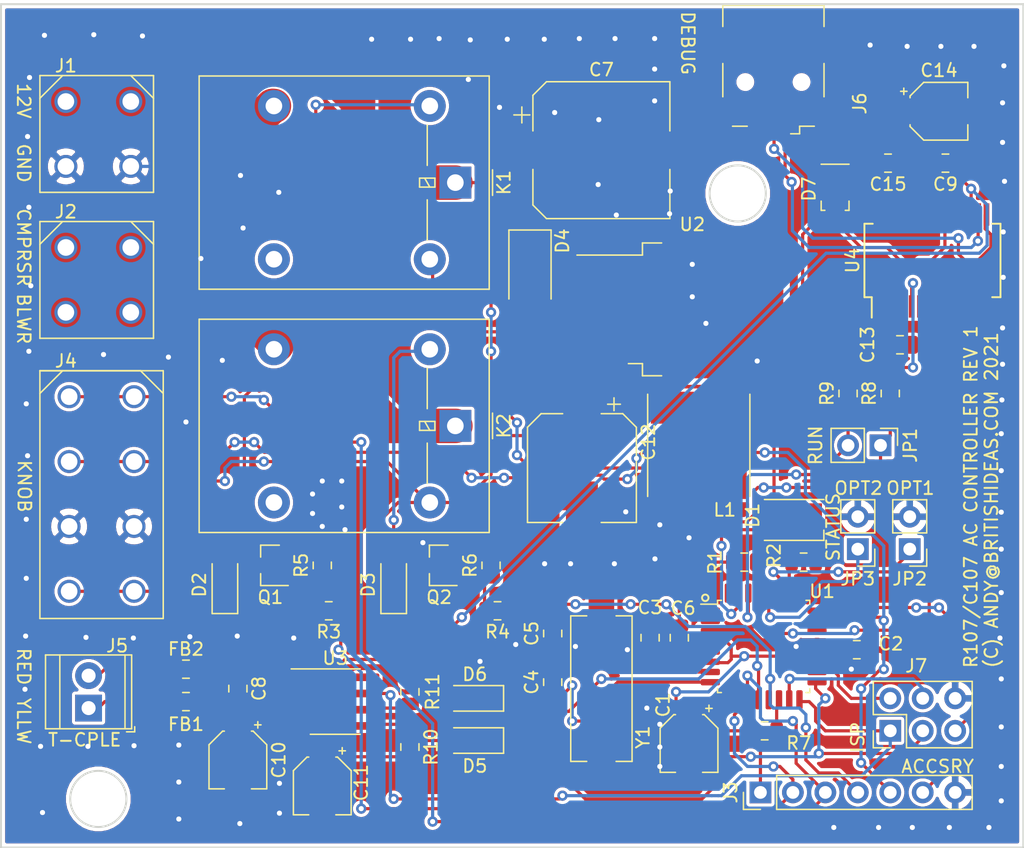
<source format=kicad_pcb>
(kicad_pcb (version 20171130) (host pcbnew "(5.1.6)-1")
  (layers (0 F.Cu signal) (31 B.Cu signal) (34 B.Paste user) (35 F.Paste user) (36 B.SilkS user) (37 F.SilkS user) (38 B.Mask user) (39 F.Mask user) (44 Edge.Cuts user))
  (net 0 "")
  (net 1 GND)
  (net 2 +5V)
  (net 3 "Net-(C2-Pad1)")
  (net 4 "Net-(C4-Pad1)")
  (net 5 "Net-(C5-Pad2)")
  (net 6 +12V)
  (net 7 "Net-(C8-Pad2)")
  (net 8 "Net-(C8-Pad1)")
  (net 9 +3V3)
  (net 10 "Net-(C13-Pad2)")
  (net 11 /RESET)
  (net 12 VBUS)
  (net 13 "Net-(D2-Pad2)")
  (net 14 /SCK)
  (net 15 "Net-(D5-Pad2)")
  (net 16 /TC_CS)
  (net 17 "Net-(FB1-Pad1)")
  (net 18 "Net-(FB2-Pad1)")
  (net 19 /BLOWER)
  (net 20 /COMPRESSOR)
  (net 21 /ACC_IO)
  (net 22 /ON_OFF)
  (net 23 /TEMP_SETTING)
  (net 24 /COMPRESSOR_CTRL)
  (net 25 /BLOWER_CTRL)
  (net 26 "Net-(J6-Pad4)")
  (net 27 "Net-(J6-Pad3)")
  (net 28 "Net-(J6-Pad2)")
  (net 29 /MOSI)
  (net 30 /MISO)
  (net 31 "Net-(JP1-Pad1)")
  (net 32 "Net-(JP2-Pad1)")
  (net 33 "Net-(K1-Pad4)")
  (net 34 "Net-(K2-Pad4)")
  (net 35 "Net-(Q1-Pad1)")
  (net 36 "Net-(Q2-Pad1)")
  (net 37 /TX)
  (net 38 /RX)
  (net 39 "Net-(U1-Pad32)")
  (net 40 "Net-(U1-Pad25)")
  (net 41 "Net-(U1-Pad22)")
  (net 42 "Net-(U1-Pad19)")
  (net 43 "Net-(U1-Pad9)")
  (net 44 "Net-(U1-Pad2)")
  (net 45 "Net-(U1-Pad1)")
  (net 46 "Net-(U4-Pad28)")
  (net 47 "Net-(U4-Pad27)")
  (net 48 "Net-(U4-Pad19)")
  (net 49 "Net-(U4-Pad14)")
  (net 50 "Net-(U4-Pad13)")
  (net 51 "Net-(U4-Pad12)")
  (net 52 "Net-(U4-Pad11)")
  (net 53 "Net-(U4-Pad10)")
  (net 54 "Net-(U4-Pad9)")
  (net 55 "Net-(U4-Pad6)")
  (net 56 "Net-(U4-Pad3)")
  (net 57 "Net-(D1-Pad1)")
  (net 58 "Net-(D3-Pad2)")
  (net 59 "Net-(D4-Pad1)")
  (net 60 "Net-(D6-Pad2)")
  (net 61 "Net-(JP1-Pad2)")
  (net 62 "Net-(JP3-Pad1)")
  (net 63 /STATUS)
  (net 64 "Net-(R7-Pad2)")
  (net 65 "Net-(U4-Pad23)")
  (net 66 "Net-(U4-Pad22)")
  (module Britishideas:Chilisin_Power_Inductor_AWVS_808040 (layer F.Cu) (at 182.88 53.594)
    (fp_text reference L1 (at 2.032 5.0546) (layer F.SilkS))
    (fp_text value 33uH)
    (pad 2 smd rect (at 0 -2.95) (size 7.5 2.5) (layers F.Cu F.Paste F.Mask) (net 2 +5V))
    (pad 1 smd rect (at 0 2.95) (size 7.5 2.5) (layers F.Cu F.Paste F.Mask) (net 59 "Net-(D4-Pad1)"))
  )
  (module Relay_THT:Relay_SPDT_Omron-G5LE-1 (layer F.Cu) (at 163.83 52.07 270)
    (fp_text reference K2 (at 0 -3.8 90) (layer F.SilkS))
    (fp_text value G5LE-1)
    (pad 5 thru_hole oval (at 6 2 270) (size 2.5 2.5) (drill 1.3) (layers *.Cu *.Mask) (net 2 +5V))
    (pad 4 thru_hole oval (at 6 14.2 270) (size 2.5 2.5) (drill 1.3) (layers *.Cu *.Mask) (net 34 "Net-(K2-Pad4)"))
    (pad 3 thru_hole oval (at -6 14.2 270) (size 2.5 2.5) (drill 1.3) (layers *.Cu *.Mask) (net 19 /BLOWER))
    (pad 2 thru_hole oval (at -6 2 270) (size 2.5 2.5) (drill 1.3) (layers *.Cu *.Mask) (net 58 "Net-(D3-Pad2)"))
    (pad 1 thru_hole rect (at 0 0 270) (size 2.5 2.5) (drill 1.3) (layers *.Cu *.Mask) (net 6 +12V))
  )
  (module Relay_THT:Relay_SPDT_Omron-G5LE-1 (layer F.Cu) (at 163.83 33.02 270)
    (fp_text reference K1 (at 0 -3.8 90) (layer F.SilkS))
    (fp_text value G5LE-1)
    (pad 5 thru_hole oval (at 6 2 270) (size 2.5 2.5) (drill 1.3) (layers *.Cu *.Mask) (net 2 +5V))
    (pad 4 thru_hole oval (at 6 14.2 270) (size 2.5 2.5) (drill 1.3) (layers *.Cu *.Mask) (net 33 "Net-(K1-Pad4)"))
    (pad 3 thru_hole oval (at -6 14.2 270) (size 2.5 2.5) (drill 1.3) (layers *.Cu *.Mask) (net 20 /COMPRESSOR))
    (pad 2 thru_hole oval (at -6 2 270) (size 2.5 2.5) (drill 1.3) (layers *.Cu *.Mask) (net 13 "Net-(D2-Pad2)"))
    (pad 1 thru_hole rect (at 0 0 270) (size 2.5 2.5) (drill 1.3) (layers *.Cu *.Mask) (net 6 +12V))
  )
  (module Diode_SMD:D_SMA (layer F.Cu) (at 169.672 40.132 270)
    (fp_text reference D4 (at -2.54 -2.54 90) (layer F.SilkS))
    (fp_text value SK34ATR)
    (pad 2 smd rect (at 2 0 270) (size 2.5 1.8) (layers F.Cu F.Paste F.Mask) (net 1 GND))
    (pad 1 smd rect (at -2 0 270) (size 2.5 1.8) (layers F.Cu F.Paste F.Mask) (net 59 "Net-(D4-Pad1)"))
  )
  (module Connector_PinHeader_2.54mm:PinHeader_1x02_P2.54mm_Vertical (layer F.Cu) (at 195.326 61.722 180)
    (fp_text reference JP3 (at 0 -2.33) (layer F.SilkS))
    (fp_text value OPT2)
    (pad 2 thru_hole oval (at 0 2.54 180) (size 1.7 1.7) (drill 1) (layers *.Cu *.Mask) (net 1 GND))
    (pad 1 thru_hole rect (at 0 0 180) (size 1.7 1.7) (drill 1) (layers *.Cu *.Mask) (net 62 "Net-(JP3-Pad1)"))
  )
  (module Britishideas:SMP_DO-220AA (layer F.Cu) (at 193.548 35.371 270)
    (fp_text reference D7 (at -1.85 2.05 90) (layer F.SilkS))
    (fp_text value SS1P3L-M3/84A)
    (pad 2 smd rect (at -2.351 0 270) (size 2.67 2.54) (layers F.Cu F.Paste F.Mask) (net 12 VBUS))
    (pad 1 smd rect (at 0 0 270) (size 0.762 1.27) (layers F.Cu F.Paste F.Mask) (net 2 +5V))
  )
  (module Diode_SMD:D_SOD-123 (layer F.Cu) (at 165.354 73.406 180)
    (fp_text reference D6 (at 0 1.8796) (layer F.SilkS))
    (fp_text value MMSD4148T1G)
    (pad 2 smd rect (at 1.65 0 180) (size 0.9 1.2) (layers F.Cu F.Paste F.Mask) (net 60 "Net-(D6-Pad2)"))
    (pad 1 smd rect (at -1.65 0 180) (size 0.9 1.2) (layers F.Cu F.Paste F.Mask) (net 16 /TC_CS))
  )
  (module Diode_SMD:D_SOD-123 (layer F.Cu) (at 159.004 64.516 90)
    (fp_text reference D3 (at 0 -2 90) (layer F.SilkS))
    (fp_text value MMSD4148T1G)
    (pad 2 smd rect (at 1.65 0 90) (size 0.9 1.2) (layers F.Cu F.Paste F.Mask) (net 58 "Net-(D3-Pad2)"))
    (pad 1 smd rect (at -1.65 0 90) (size 0.9 1.2) (layers F.Cu F.Paste F.Mask) (net 2 +5V))
  )
  (module LED_SMD:LED_PLCC-2 (layer F.Cu) (at 190.27 59.436 180)
    (fp_text reference D1 (at 3.1736 0.3556 90) (layer F.SilkS))
    (fp_text value RED)
    (pad 2 smd rect (at 1.5 0 180) (size 1.5 2.6) (layers F.Cu F.Paste F.Mask) (net 2 +5V))
    (pad 1 smd rect (at -1.5 0 180) (size 1.5 2.6) (layers F.Cu F.Paste F.Mask) (net 57 "Net-(D1-Pad1)"))
  )
  (module Britishideas:HC-49_US (layer F.Cu) (at 175.26 72.644 90)
    (fp_text reference Y1 (at -3.8 3.25 90) (layer F.SilkS))
    (fp_text value "ECS-160-18-5PX-TR 16MHz")
    (pad 2 smd rect (at -4.75 0 90) (size 5.5 2) (layers F.Cu F.Paste F.Mask) (net 4 "Net-(C4-Pad1)"))
    (pad 1 smd rect (at 4.75 0 90) (size 5.5 2) (layers F.Cu F.Paste F.Mask) (net 5 "Net-(C5-Pad2)"))
  )
  (module Package_SO:SSOP-28_5.3x10.2mm_P0.65mm (layer F.Cu) (at 201.168 39.116 90)
    (fp_text reference U4 (at 0 -6.25 90) (layer F.SilkS))
    (fp_text value FT232RL)
    (pad 28 smd rect (at 3.6 -4.225 90) (size 1.75 0.45) (layers F.Cu F.Paste F.Mask) (net 46 "Net-(U4-Pad28)"))
    (pad 27 smd rect (at 3.6 -3.575 90) (size 1.75 0.45) (layers F.Cu F.Paste F.Mask) (net 47 "Net-(U4-Pad27)"))
    (pad 26 smd rect (at 3.6 -2.925 90) (size 1.75 0.45) (layers F.Cu F.Paste F.Mask) (net 1 GND))
    (pad 25 smd rect (at 3.6 -2.275 90) (size 1.75 0.45) (layers F.Cu F.Paste F.Mask) (net 1 GND))
    (pad 24 smd rect (at 3.6 -1.625 90) (size 1.75 0.45) (layers F.Cu F.Paste F.Mask))
    (pad 23 smd rect (at 3.6 -0.975 90) (size 1.75 0.45) (layers F.Cu F.Paste F.Mask) (net 65 "Net-(U4-Pad23)"))
    (pad 22 smd rect (at 3.6 -0.325 90) (size 1.75 0.45) (layers F.Cu F.Paste F.Mask) (net 66 "Net-(U4-Pad22)"))
    (pad 21 smd rect (at 3.6 0.325 90) (size 1.75 0.45) (layers F.Cu F.Paste F.Mask) (net 1 GND))
    (pad 20 smd rect (at 3.6 0.975 90) (size 1.75 0.45) (layers F.Cu F.Paste F.Mask) (net 2 +5V))
    (pad 19 smd rect (at 3.6 1.625 90) (size 1.75 0.45) (layers F.Cu F.Paste F.Mask) (net 48 "Net-(U4-Pad19)"))
    (pad 18 smd rect (at 3.6 2.275 90) (size 1.75 0.45) (layers F.Cu F.Paste F.Mask) (net 1 GND))
    (pad 17 smd rect (at 3.6 2.925 90) (size 1.75 0.45) (layers F.Cu F.Paste F.Mask) (net 9 +3V3))
    (pad 16 smd rect (at 3.6 3.575 90) (size 1.75 0.45) (layers F.Cu F.Paste F.Mask) (net 28 "Net-(J6-Pad2)"))
    (pad 15 smd rect (at 3.6 4.225 90) (size 1.75 0.45) (layers F.Cu F.Paste F.Mask) (net 27 "Net-(J6-Pad3)"))
    (pad 14 smd rect (at -3.6 4.225 90) (size 1.75 0.45) (layers F.Cu F.Paste F.Mask) (net 49 "Net-(U4-Pad14)"))
    (pad 13 smd rect (at -3.6 3.575 90) (size 1.75 0.45) (layers F.Cu F.Paste F.Mask) (net 50 "Net-(U4-Pad13)"))
    (pad 12 smd rect (at -3.6 2.925 90) (size 1.75 0.45) (layers F.Cu F.Paste F.Mask) (net 51 "Net-(U4-Pad12)"))
    (pad 11 smd rect (at -3.6 2.275 90) (size 1.75 0.45) (layers F.Cu F.Paste F.Mask) (net 52 "Net-(U4-Pad11)"))
    (pad 10 smd rect (at -3.6 1.625 90) (size 1.75 0.45) (layers F.Cu F.Paste F.Mask) (net 53 "Net-(U4-Pad10)"))
    (pad 9 smd rect (at -3.6 0.975 90) (size 1.75 0.45) (layers F.Cu F.Paste F.Mask) (net 54 "Net-(U4-Pad9)"))
    (pad 8 smd rect (at -3.6 0.325 90) (size 1.75 0.45) (layers F.Cu F.Paste F.Mask))
    (pad 7 smd rect (at -3.6 -0.325 90) (size 1.75 0.45) (layers F.Cu F.Paste F.Mask) (net 1 GND))
    (pad 6 smd rect (at -3.6 -0.975 90) (size 1.75 0.45) (layers F.Cu F.Paste F.Mask) (net 55 "Net-(U4-Pad6)"))
    (pad 5 smd rect (at -3.6 -1.625 90) (size 1.75 0.45) (layers F.Cu F.Paste F.Mask) (net 37 /TX))
    (pad 4 smd rect (at -3.6 -2.275 90) (size 1.75 0.45) (layers F.Cu F.Paste F.Mask) (net 2 +5V))
    (pad 3 smd rect (at -3.6 -2.925 90) (size 1.75 0.45) (layers F.Cu F.Paste F.Mask) (net 56 "Net-(U4-Pad3)"))
    (pad 2 smd rect (at -3.6 -3.575 90) (size 1.75 0.45) (layers F.Cu F.Paste F.Mask) (net 10 "Net-(C13-Pad2)"))
    (pad 1 smd rect (at -3.6 -4.225 90) (size 1.75 0.45) (layers F.Cu F.Paste F.Mask) (net 38 /RX))
  )
  (module Package_SO:SOIC-8_3.9x4.9mm_P1.27mm (layer F.Cu) (at 154.432 73.66)
    (fp_text reference U3 (at 0 -3.4) (layer F.SilkS))
    (fp_text value MAX31855KASA)
    (pad 8 smd roundrect (at 2.475 -1.905) (size 1.95 0.6) (layers F.Cu F.Paste F.Mask))
    (pad 7 smd roundrect (at 2.475 -0.635) (size 1.95 0.6) (layers F.Cu F.Paste F.Mask) (net 30 /MISO))
    (pad 6 smd roundrect (at 2.475 0.635) (size 1.95 0.6) (layers F.Cu F.Paste F.Mask) (net 60 "Net-(D6-Pad2)"))
    (pad 5 smd roundrect (at 2.475 1.905) (size 1.95 0.6) (layers F.Cu F.Paste F.Mask) (net 15 "Net-(D5-Pad2)"))
    (pad 4 smd roundrect (at -2.475 1.905) (size 1.95 0.6) (layers F.Cu F.Paste F.Mask) (net 9 +3V3))
    (pad 3 smd roundrect (at -2.475 0.635) (size 1.95 0.6) (layers F.Cu F.Paste F.Mask) (net 7 "Net-(C8-Pad2)"))
    (pad 2 smd roundrect (at -2.475 -0.635) (size 1.95 0.6) (layers F.Cu F.Paste F.Mask) (net 8 "Net-(C8-Pad1)"))
    (pad 1 smd roundrect (at -2.475 -1.905) (size 1.95 0.6) (layers F.Cu F.Paste F.Mask) (net 1 GND))
  )
  (module Package_TO_SOT_SMD:TO-263-5_TabPin3 (layer F.Cu) (at 181.422 42.945)
    (fp_text reference U2 (at 0.95 -6.65) (layer F.SilkS))
    (fp_text value LM2596S-5)
    (pad 3 smd rect (at 3.375 0) (size 9.4 10.8) (layers F.Cu F.Mask) (net 1 GND))
    (pad 5 smd rect (at -5.775 3.4) (size 4.6 1.1) (layers F.Cu F.Paste F.Mask) (net 1 GND))
    (pad 4 smd rect (at -5.775 1.7) (size 4.6 1.1) (layers F.Cu F.Paste F.Mask) (net 2 +5V))
    (pad 3 smd rect (at -5.775 0) (size 4.6 1.1) (layers F.Cu F.Paste F.Mask) (net 1 GND))
    (pad 2 smd rect (at -5.775 -1.7) (size 4.6 1.1) (layers F.Cu F.Paste F.Mask) (net 59 "Net-(D4-Pad1)"))
    (pad 1 smd rect (at -5.775 -3.4) (size 4.6 1.1) (layers F.Cu F.Paste F.Mask) (net 6 +12V))
  )
  (module Package_QFP:LQFP-32_7x7mm_P0.8mm (layer F.Cu) (at 187.96 69.342)
    (fp_text reference U1 (at 4.572 -4.318) (layer F.SilkS))
    (fp_text value ATmega328P)
    (pad 32 smd roundrect (at -2.8 -4.175) (size 0.5 1.5) (layers F.Cu F.Paste F.Mask) (net 39 "Net-(U1-Pad32)"))
    (pad 31 smd roundrect (at -2 -4.175) (size 0.5 1.5) (layers F.Cu F.Paste F.Mask) (net 31 "Net-(JP1-Pad1)"))
    (pad 30 smd roundrect (at -1.2 -4.175) (size 0.5 1.5) (layers F.Cu F.Paste F.Mask) (net 61 "Net-(JP1-Pad2)"))
    (pad 29 smd roundrect (at -0.4 -4.175) (size 0.5 1.5) (layers F.Cu F.Paste F.Mask) (net 11 /RESET))
    (pad 28 smd roundrect (at 0.4 -4.175) (size 0.5 1.5) (layers F.Cu F.Paste F.Mask) (net 62 "Net-(JP3-Pad1)"))
    (pad 27 smd roundrect (at 1.2 -4.175) (size 0.5 1.5) (layers F.Cu F.Paste F.Mask) (net 32 "Net-(JP2-Pad1)"))
    (pad 26 smd roundrect (at 2 -4.175) (size 0.5 1.5) (layers F.Cu F.Paste F.Mask) (net 63 /STATUS))
    (pad 25 smd roundrect (at 2.8 -4.175) (size 0.5 1.5) (layers F.Cu F.Paste F.Mask) (net 40 "Net-(U1-Pad25)"))
    (pad 24 smd roundrect (at 4.175 -2.8) (size 1.5 0.5) (layers F.Cu F.Paste F.Mask) (net 21 /ACC_IO))
    (pad 23 smd roundrect (at 4.175 -2) (size 1.5 0.5) (layers F.Cu F.Paste F.Mask) (net 23 /TEMP_SETTING))
    (pad 22 smd roundrect (at 4.175 -1.2) (size 1.5 0.5) (layers F.Cu F.Paste F.Mask) (net 41 "Net-(U1-Pad22)"))
    (pad 21 smd roundrect (at 4.175 -0.4) (size 1.5 0.5) (layers F.Cu F.Paste F.Mask) (net 1 GND))
    (pad 20 smd roundrect (at 4.175 0.4) (size 1.5 0.5) (layers F.Cu F.Paste F.Mask) (net 3 "Net-(C2-Pad1)"))
    (pad 19 smd roundrect (at 4.175 1.2) (size 1.5 0.5) (layers F.Cu F.Paste F.Mask) (net 42 "Net-(U1-Pad19)"))
    (pad 18 smd roundrect (at 4.175 2) (size 1.5 0.5) (layers F.Cu F.Paste F.Mask) (net 2 +5V))
    (pad 17 smd roundrect (at 4.175 2.8) (size 1.5 0.5) (layers F.Cu F.Paste F.Mask) (net 14 /SCK))
    (pad 16 smd roundrect (at 2.8 4.175) (size 0.5 1.5) (layers F.Cu F.Paste F.Mask) (net 30 /MISO))
    (pad 15 smd roundrect (at 2 4.175) (size 0.5 1.5) (layers F.Cu F.Paste F.Mask) (net 29 /MOSI))
    (pad 14 smd roundrect (at 1.2 4.175) (size 0.5 1.5) (layers F.Cu F.Paste F.Mask) (net 64 "Net-(R7-Pad2)"))
    (pad 13 smd roundrect (at 0.4 4.175) (size 0.5 1.5) (layers F.Cu F.Paste F.Mask) (net 25 /BLOWER_CTRL))
    (pad 12 smd roundrect (at -0.4 4.175) (size 0.5 1.5) (layers F.Cu F.Paste F.Mask) (net 16 /TC_CS))
    (pad 11 smd roundrect (at -1.2 4.175) (size 0.5 1.5) (layers F.Cu F.Paste F.Mask) (net 22 /ON_OFF))
    (pad 10 smd roundrect (at -2 4.175) (size 0.5 1.5) (layers F.Cu F.Paste F.Mask) (net 24 /COMPRESSOR_CTRL))
    (pad 9 smd roundrect (at -2.8 4.175) (size 0.5 1.5) (layers F.Cu F.Paste F.Mask) (net 43 "Net-(U1-Pad9)"))
    (pad 8 smd roundrect (at -4.175 2.8) (size 1.5 0.5) (layers F.Cu F.Paste F.Mask) (net 4 "Net-(C4-Pad1)"))
    (pad 7 smd roundrect (at -4.175 2) (size 1.5 0.5) (layers F.Cu F.Paste F.Mask) (net 5 "Net-(C5-Pad2)"))
    (pad 6 smd roundrect (at -4.175 1.2) (size 1.5 0.5) (layers F.Cu F.Paste F.Mask) (net 2 +5V))
    (pad 5 smd roundrect (at -4.175 0.4) (size 1.5 0.5) (layers F.Cu F.Paste F.Mask) (net 1 GND))
    (pad 4 smd roundrect (at -4.175 -0.4) (size 1.5 0.5) (layers F.Cu F.Paste F.Mask) (net 2 +5V))
    (pad 3 smd roundrect (at -4.175 -1.2) (size 1.5 0.5) (layers F.Cu F.Paste F.Mask) (net 1 GND))
    (pad 2 smd roundrect (at -4.175 -2) (size 1.5 0.5) (layers F.Cu F.Paste F.Mask) (net 44 "Net-(U1-Pad2)"))
    (pad 1 smd roundrect (at -4.175 -2.8) (size 1.5 0.5) (layers F.Cu F.Paste F.Mask) (net 45 "Net-(U1-Pad1)"))
  )
  (module Resistor_SMD:R_0805_2012Metric (layer F.Cu) (at 160.274 72.898 90)
    (fp_text reference R11 (at 0 1.778 90) (layer F.SilkS))
    (fp_text value 10K)
    (pad 2 smd roundrect (at 0.9375 0 90) (size 0.975 1.4) (layers F.Cu F.Paste F.Mask) (net 9 +3V3))
    (pad 1 smd roundrect (at -0.9375 0 90) (size 0.975 1.4) (layers F.Cu F.Paste F.Mask) (net 60 "Net-(D6-Pad2)"))
  )
  (module Resistor_SMD:R_0805_2012Metric (layer F.Cu) (at 160.274 77.216 270)
    (fp_text reference R10 (at 0 -1.65 90) (layer F.SilkS))
    (fp_text value 10K)
    (pad 2 smd roundrect (at 0.9375 0 270) (size 0.975 1.4) (layers F.Cu F.Paste F.Mask) (net 9 +3V3))
    (pad 1 smd roundrect (at -0.9375 0 270) (size 0.975 1.4) (layers F.Cu F.Paste F.Mask) (net 15 "Net-(D5-Pad2)"))
  )
  (module Resistor_SMD:R_0805_2012Metric (layer F.Cu) (at 194.564 49.53 90)
    (fp_text reference R9 (at 0 -1.65 90) (layer F.SilkS))
    (fp_text value 1K)
    (pad 2 smd roundrect (at 0.9375 0 90) (size 0.975 1.4) (layers F.Cu F.Paste F.Mask) (net 38 /RX))
    (pad 1 smd roundrect (at -0.9375 0 90) (size 0.975 1.4) (layers F.Cu F.Paste F.Mask) (net 61 "Net-(JP1-Pad2)"))
  )
  (module Resistor_SMD:R_0805_2012Metric (layer F.Cu) (at 197.866 49.53 90)
    (fp_text reference R8 (at 0 -1.65 90) (layer F.SilkS))
    (fp_text value 1K)
    (pad 2 smd roundrect (at 0.9375 0 90) (size 0.975 1.4) (layers F.Cu F.Paste F.Mask) (net 37 /TX))
    (pad 1 smd roundrect (at -0.9375 0 90) (size 0.975 1.4) (layers F.Cu F.Paste F.Mask) (net 31 "Net-(JP1-Pad1)"))
  )
  (module Resistor_SMD:R_0805_2012Metric (layer F.Cu) (at 188.0385 75.946)
    (fp_text reference R7 (at 2.6647 0.9652 180) (layer F.SilkS))
    (fp_text value 1K)
    (pad 2 smd roundrect (at 0.9375 0) (size 0.975 1.4) (layers F.Cu F.Paste F.Mask) (net 64 "Net-(R7-Pad2)"))
    (pad 1 smd roundrect (at -0.9375 0) (size 0.975 1.4) (layers F.Cu F.Paste F.Mask) (net 2 +5V))
  )
  (module Resistor_SMD:R_0805_2012Metric (layer F.Cu) (at 166.624 62.992 90)
    (fp_text reference R6 (at 0 -1.65 90) (layer F.SilkS))
    (fp_text value 10K)
    (pad 2 smd roundrect (at 0.9375 0 90) (size 0.975 1.4) (layers F.Cu F.Paste F.Mask) (net 1 GND))
    (pad 1 smd roundrect (at -0.9375 0 90) (size 0.975 1.4) (layers F.Cu F.Paste F.Mask) (net 36 "Net-(Q2-Pad1)"))
  )
  (module Resistor_SMD:R_0805_2012Metric (layer F.Cu) (at 153.416 62.992 90)
    (fp_text reference R5 (at 0 -1.65 90) (layer F.SilkS))
    (fp_text value 10K)
    (pad 2 smd roundrect (at 0.9375 0 90) (size 0.975 1.4) (layers F.Cu F.Paste F.Mask) (net 1 GND))
    (pad 1 smd roundrect (at -0.9375 0 90) (size 0.975 1.4) (layers F.Cu F.Paste F.Mask) (net 35 "Net-(Q1-Pad1)"))
  )
  (module Resistor_SMD:R_0805_2012Metric (layer F.Cu) (at 167.132 66.548 180)
    (fp_text reference R4 (at 0 -1.65) (layer F.SilkS))
    (fp_text value 1K)
    (pad 2 smd roundrect (at 0.9375 0 180) (size 0.975 1.4) (layers F.Cu F.Paste F.Mask) (net 36 "Net-(Q2-Pad1)"))
    (pad 1 smd roundrect (at -0.9375 0 180) (size 0.975 1.4) (layers F.Cu F.Paste F.Mask) (net 25 /BLOWER_CTRL))
  )
  (module Resistor_SMD:R_0805_2012Metric (layer F.Cu) (at 153.924 66.548 180)
    (fp_text reference R3 (at 0 -1.65) (layer F.SilkS))
    (fp_text value 1K)
    (pad 2 smd roundrect (at 0.9375 0 180) (size 0.975 1.4) (layers F.Cu F.Paste F.Mask) (net 35 "Net-(Q1-Pad1)"))
    (pad 1 smd roundrect (at -0.9375 0 180) (size 0.975 1.4) (layers F.Cu F.Paste F.Mask) (net 24 /COMPRESSOR_CTRL))
  )
  (module Resistor_SMD:R_0805_2012Metric (layer F.Cu) (at 191.0865 62.738 180)
    (fp_text reference R2 (at 2.3137 0.508 90) (layer F.SilkS))
    (fp_text value 1K)
    (pad 2 smd roundrect (at 0.9375 0 180) (size 0.975 1.4) (layers F.Cu F.Paste F.Mask) (net 63 /STATUS))
    (pad 1 smd roundrect (at -0.9375 0 180) (size 0.975 1.4) (layers F.Cu F.Paste F.Mask) (net 57 "Net-(D1-Pad1)"))
  )
  (module Resistor_SMD:R_0805_2012Metric (layer F.Cu) (at 186.436 62.738)
    (fp_text reference R1 (at -2.286 0 90) (layer F.SilkS))
    (fp_text value 1K)
    (pad 2 smd roundrect (at 0.9375 0) (size 0.975 1.4) (layers F.Cu F.Paste F.Mask) (net 11 /RESET))
    (pad 1 smd roundrect (at -0.9375 0) (size 0.975 1.4) (layers F.Cu F.Paste F.Mask) (net 2 +5V))
  )
  (module Package_TO_SOT_SMD:SOT-23 (layer F.Cu) (at 162.56 62.992 180)
    (fp_text reference Q2 (at 0 -2.5) (layer F.SilkS))
    (fp_text value MMBT2222ALT1G)
    (pad 3 smd rect (at 1 0 180) (size 0.9 0.8) (layers F.Cu F.Paste F.Mask) (net 58 "Net-(D3-Pad2)"))
    (pad 2 smd rect (at -1 0.95 180) (size 0.9 0.8) (layers F.Cu F.Paste F.Mask) (net 1 GND))
    (pad 1 smd rect (at -1 -0.95 180) (size 0.9 0.8) (layers F.Cu F.Paste F.Mask) (net 36 "Net-(Q2-Pad1)"))
  )
  (module Package_TO_SOT_SMD:SOT-23 (layer F.Cu) (at 149.352 62.992 180)
    (fp_text reference Q1 (at 0 -2.5) (layer F.SilkS))
    (fp_text value MMBT2222ALT1G)
    (pad 3 smd rect (at 1 0 180) (size 0.9 0.8) (layers F.Cu F.Paste F.Mask) (net 13 "Net-(D2-Pad2)"))
    (pad 2 smd rect (at -1 0.95 180) (size 0.9 0.8) (layers F.Cu F.Paste F.Mask) (net 1 GND))
    (pad 1 smd rect (at -1 -0.95 180) (size 0.9 0.8) (layers F.Cu F.Paste F.Mask) (net 35 "Net-(Q1-Pad1)"))
  )
  (module Connector_PinHeader_2.54mm:PinHeader_1x02_P2.54mm_Vertical (layer F.Cu) (at 199.39 61.722 180)
    (fp_text reference JP2 (at 0 -2.33) (layer F.SilkS))
    (fp_text value OPT1)
    (pad 2 thru_hole oval (at 0 2.54 180) (size 1.7 1.7) (drill 1) (layers *.Cu *.Mask) (net 1 GND))
    (pad 1 thru_hole rect (at 0 0 180) (size 1.7 1.7) (drill 1) (layers *.Cu *.Mask) (net 32 "Net-(JP2-Pad1)"))
  )
  (module Connector_PinHeader_2.54mm:PinHeader_1x02_P2.54mm_Vertical (layer F.Cu) (at 197.104 53.594 270)
    (fp_text reference JP1 (at 0 -2.33 90) (layer F.SilkS))
    (fp_text value RUN)
    (pad 2 thru_hole oval (at 0 2.54 270) (size 1.7 1.7) (drill 1) (layers *.Cu *.Mask) (net 61 "Net-(JP1-Pad2)"))
    (pad 1 thru_hole rect (at 0 0 270) (size 1.7 1.7) (drill 1) (layers *.Cu *.Mask) (net 31 "Net-(JP1-Pad1)"))
  )
  (module Connector_PinHeader_2.54mm:PinHeader_2x03_P2.54mm_Vertical (layer F.Cu) (at 197.866 75.946 90)
    (fp_text reference J7 (at 5.08 2.032 180) (layer F.SilkS))
    (fp_text value ISP)
    (pad 6 thru_hole oval (at 2.54 5.08 90) (size 1.7 1.7) (drill 1) (layers *.Cu *.Mask) (net 1 GND))
    (pad 5 thru_hole oval (at 0 5.08 90) (size 1.7 1.7) (drill 1) (layers *.Cu *.Mask) (net 11 /RESET))
    (pad 4 thru_hole oval (at 2.54 2.54 90) (size 1.7 1.7) (drill 1) (layers *.Cu *.Mask) (net 29 /MOSI))
    (pad 3 thru_hole oval (at 0 2.54 90) (size 1.7 1.7) (drill 1) (layers *.Cu *.Mask) (net 14 /SCK))
    (pad 2 thru_hole oval (at 2.54 0 90) (size 1.7 1.7) (drill 1) (layers *.Cu *.Mask) (net 2 +5V))
    (pad 1 thru_hole rect (at 0 0 90) (size 1.7 1.7) (drill 1) (layers *.Cu *.Mask) (net 30 /MISO))
  )
  (module Connector_USB:USB_Mini-B_Wuerth_65100516121_Horizontal (layer F.Cu) (at 188.722 25.146 180)
    (fp_text reference J6 (at -6.7564 -1.6764 90) (layer F.SilkS))
    (fp_text value USB_B_Mini)
    (pad "" np_thru_hole circle (at 2.2 0 180) (size 0.9 0.9) (drill 0.9) (layers *.Cu *.Mask))
    (pad "" np_thru_hole circle (at -2.2 0 180) (size 0.9 0.9) (drill 0.9) (layers *.Cu *.Mask))
    (pad 5 smd rect (at 1.6 -2.6 180) (size 0.5 2.5) (layers F.Cu F.Paste F.Mask) (net 1 GND))
    (pad 4 smd rect (at 0.8 -2.6 180) (size 0.5 2.5) (layers F.Cu F.Paste F.Mask) (net 26 "Net-(J6-Pad4)"))
    (pad 3 smd rect (at 0 -2.6 180) (size 0.5 2.5) (layers F.Cu F.Paste F.Mask) (net 27 "Net-(J6-Pad3)"))
    (pad 2 smd rect (at -0.8 -2.6 180) (size 0.5 2.5) (layers F.Cu F.Paste F.Mask) (net 28 "Net-(J6-Pad2)"))
    (pad 1 smd rect (at -1.6 -2.6 180) (size 0.5 2.5) (layers F.Cu F.Paste F.Mask) (net 12 VBUS))
    (pad 6 smd rect (at 4.4 -2.6 180) (size 2 2.5) (layers F.Cu F.Paste F.Mask) (net 1 GND))
    (pad 6 smd rect (at -4.4 -2.6 180) (size 2 2.5) (layers F.Cu F.Paste F.Mask) (net 1 GND))
    (pad 6 smd rect (at 4.4 2.9 180) (size 2 2.5) (layers F.Cu F.Paste F.Mask) (net 1 GND))
    (pad 6 smd rect (at -4.4 2.9 180) (size 2 2.5) (layers F.Cu F.Paste F.Mask) (net 1 GND))
  )
  (module TerminalBlock_TE-Connectivity:TerminalBlock_TE_282834-2_1x02_P2.54mm_Horizontal (layer F.Cu) (at 135.128 74.168 90)
    (fp_text reference J5 (at 4.8768 2.2352 180) (layer F.SilkS))
    (fp_text value THERMOCOUPLE)
    (pad 2 thru_hole circle (at 2.54 0 90) (size 2.1 2.1) (drill 1.1) (layers *.Cu *.Mask) (net 18 "Net-(FB2-Pad1)"))
    (pad 1 thru_hole rect (at 0 0 90) (size 2.1 2.1) (drill 1.1) (layers *.Cu *.Mask) (net 17 "Net-(FB1-Pad1)"))
  )
  (module Britishideas:Keystone_SturdiMount_TabConnector_1x4 (layer F.Cu) (at 133.604 49.784 270)
    (fp_text reference J4 (at -2.794 0.254) (layer F.SilkS))
    (fp_text value KNOB)
    (pad 4 thru_hole circle (at 15.24 0 270) (size 1.8 1.8) (drill 1.3) (layers *.Cu *.Mask) (net 2 +5V))
    (pad 4 thru_hole circle (at 15.24 -5.08 270) (size 1.8 1.8) (drill 1.3) (layers *.Cu *.Mask) (net 2 +5V))
    (pad 3 thru_hole circle (at 10.16 -5.08 270) (size 1.8 1.8) (drill 1.3) (layers *.Cu *.Mask) (net 1 GND))
    (pad 3 thru_hole circle (at 10.16 0 270) (size 1.8 1.8) (drill 1.3) (layers *.Cu *.Mask) (net 1 GND))
    (pad 2 thru_hole circle (at 5.08 0 270) (size 1.8 1.8) (drill 1.3) (layers *.Cu *.Mask) (net 23 /TEMP_SETTING))
    (pad 2 thru_hole circle (at 5.08 -5.08 270) (size 1.8 1.8) (drill 1.3) (layers *.Cu *.Mask) (net 23 /TEMP_SETTING))
    (pad 1 thru_hole circle (at 0 -5.08 270) (size 1.8 1.8) (drill 1.3) (layers *.Cu *.Mask) (net 22 /ON_OFF))
    (pad 1 thru_hole circle (at 0 0 270) (size 1.8 1.8) (drill 1.3) (layers *.Cu *.Mask) (net 22 /ON_OFF))
  )
  (module Connector_PinHeader_2.54mm:PinHeader_1x07_P2.54mm_Vertical (layer F.Cu) (at 187.706 80.772 90)
    (fp_text reference J3 (at 0 -2.33 90) (layer F.SilkS))
    (fp_text value ACCESSORY)
    (pad 7 thru_hole oval (at 0 15.24 90) (size 1.7 1.7) (drill 1) (layers *.Cu *.Mask) (net 1 GND))
    (pad 6 thru_hole oval (at 0 12.7 90) (size 1.7 1.7) (drill 1) (layers *.Cu *.Mask) (net 21 /ACC_IO))
    (pad 5 thru_hole oval (at 0 10.16 90) (size 1.7 1.7) (drill 1) (layers *.Cu *.Mask) (net 23 /TEMP_SETTING))
    (pad 4 thru_hole oval (at 0 7.62 90) (size 1.7 1.7) (drill 1) (layers *.Cu *.Mask) (net 25 /BLOWER_CTRL))
    (pad 3 thru_hole oval (at 0 5.08 90) (size 1.7 1.7) (drill 1) (layers *.Cu *.Mask) (net 22 /ON_OFF))
    (pad 2 thru_hole oval (at 0 2.54 90) (size 1.7 1.7) (drill 1) (layers *.Cu *.Mask) (net 24 /COMPRESSOR_CTRL))
    (pad 1 thru_hole rect (at 0 0 90) (size 1.7 1.7) (drill 1) (layers *.Cu *.Mask) (net 2 +5V))
  )
  (module Britishideas:Keystone_SturdiMount_TabConnector_1x2 (layer F.Cu) (at 133.35 38.1 270)
    (fp_text reference J2 (at -2.794 0) (layer F.SilkS))
    (fp_text value CONTROL)
    (pad 2 thru_hole circle (at 5.08 -5.08 270) (size 1.8 1.8) (drill 1.3) (layers *.Cu *.Mask) (net 19 /BLOWER))
    (pad 2 thru_hole circle (at 5.08 0 270) (size 1.8 1.8) (drill 1.3) (layers *.Cu *.Mask) (net 19 /BLOWER))
    (pad 1 thru_hole circle (at 0 -5.08 270) (size 1.8 1.8) (drill 1.3) (layers *.Cu *.Mask) (net 20 /COMPRESSOR))
    (pad 1 thru_hole circle (at 0 0 270) (size 1.8 1.8) (drill 1.3) (layers *.Cu *.Mask) (net 20 /COMPRESSOR))
  )
  (module Britishideas:Keystone_SturdiMount_TabConnector_1x2 (layer F.Cu) (at 133.35 26.67 270)
    (fp_text reference J1 (at -2.794 0) (layer F.SilkS))
    (fp_text value "CAR POWER")
    (pad 2 thru_hole circle (at 5.08 -5.08 270) (size 1.8 1.8) (drill 1.3) (layers *.Cu *.Mask) (net 1 GND))
    (pad 2 thru_hole circle (at 5.08 0 270) (size 1.8 1.8) (drill 1.3) (layers *.Cu *.Mask) (net 1 GND))
    (pad 1 thru_hole circle (at 0 -5.08 270) (size 1.8 1.8) (drill 1.3) (layers *.Cu *.Mask) (net 6 +12V))
    (pad 1 thru_hole circle (at 0 0 270) (size 1.8 1.8) (drill 1.3) (layers *.Cu *.Mask) (net 6 +12V))
  )
  (module Inductor_SMD:L_0805_2012Metric (layer F.Cu) (at 142.748 71.12)
    (fp_text reference FB2 (at 0 -1.5748) (layer F.SilkS))
    (fp_text value BLM21AG471SH1D)
    (pad 2 smd roundrect (at 0.9375 0) (size 0.975 1.4) (layers F.Cu F.Paste F.Mask) (net 8 "Net-(C8-Pad1)"))
    (pad 1 smd roundrect (at -0.9375 0) (size 0.975 1.4) (layers F.Cu F.Paste F.Mask) (net 18 "Net-(FB2-Pad1)"))
  )
  (module Inductor_SMD:L_0805_2012Metric (layer F.Cu) (at 142.748 73.66)
    (fp_text reference FB1 (at 0 1.778) (layer F.SilkS))
    (fp_text value BLM21AG471SH1D)
    (pad 2 smd roundrect (at 0.9375 0) (size 0.975 1.4) (layers F.Cu F.Paste F.Mask) (net 7 "Net-(C8-Pad2)"))
    (pad 1 smd roundrect (at -0.9375 0) (size 0.975 1.4) (layers F.Cu F.Paste F.Mask) (net 17 "Net-(FB1-Pad1)"))
  )
  (module Diode_SMD:D_SOD-123 (layer F.Cu) (at 165.354 76.708 180)
    (fp_text reference D5 (at 0 -2) (layer F.SilkS))
    (fp_text value MMSD4148T1G)
    (pad 2 smd rect (at 1.65 0 180) (size 0.9 1.2) (layers F.Cu F.Paste F.Mask) (net 15 "Net-(D5-Pad2)"))
    (pad 1 smd rect (at -1.65 0 180) (size 0.9 1.2) (layers F.Cu F.Paste F.Mask) (net 14 /SCK))
  )
  (module Diode_SMD:D_SOD-123 (layer F.Cu) (at 145.796 64.516 90)
    (fp_text reference D2 (at 0 -2 90) (layer F.SilkS))
    (fp_text value MMSD4148T1G)
    (pad 2 smd rect (at 1.65 0 90) (size 0.9 1.2) (layers F.Cu F.Paste F.Mask) (net 13 "Net-(D2-Pad2)"))
    (pad 1 smd rect (at -1.65 0 90) (size 0.9 1.2) (layers F.Cu F.Paste F.Mask) (net 2 +5V))
  )
  (module Capacitor_SMD:C_0805_2012Metric (layer F.Cu) (at 197.6905 31.496 180)
    (fp_text reference C15 (at 0 -1.65) (layer F.SilkS))
    (fp_text value 100nF)
    (pad 2 smd roundrect (at 0.9375 0 180) (size 0.975 1.4) (layers F.Cu F.Paste F.Mask) (net 1 GND))
    (pad 1 smd roundrect (at -0.9375 0 180) (size 0.975 1.4) (layers F.Cu F.Paste F.Mask) (net 12 VBUS))
  )
  (module Capacitor_SMD:CP_Elec_4x5.8 (layer F.Cu) (at 201.676 27.432)
    (fp_text reference C14 (at 0 -3.2) (layer F.SilkS))
    (fp_text value "4.7uF 16V e")
    (pad 2 smd roundrect (at 1.8 0) (size 2.6 1.6) (layers F.Cu F.Paste F.Mask) (roundrect_rratio 0.15625) (net 1 GND))
    (pad 1 smd roundrect (at -1.8 0) (size 2.6 1.6) (layers F.Cu F.Paste F.Mask) (roundrect_rratio 0.15625) (net 12 VBUS))
  )
  (module Capacitor_SMD:C_0805_2012Metric (layer F.Cu) (at 198.628 45.72 180)
    (fp_text reference C13 (at 2.54 0 90) (layer F.SilkS))
    (fp_text value 100nF)
    (pad 2 smd roundrect (at 0.9375 0 180) (size 0.975 1.4) (layers F.Cu F.Paste F.Mask) (net 10 "Net-(C13-Pad2)"))
    (pad 1 smd roundrect (at -0.9375 0 180) (size 0.975 1.4) (layers F.Cu F.Paste F.Mask) (net 11 /RESET))
  )
  (module Capacitor_SMD:CP_Elec_8x6.5 (layer F.Cu) (at 173.736 55.374 270)
    (fp_text reference C12 (at -2.034 -5.2 90) (layer F.SilkS))
    (fp_text value "220uF e")
    (pad 2 smd roundrect (at 3.05 0 270) (size 4 2.5) (layers F.Cu F.Paste F.Mask) (roundrect_rratio 0.1) (net 1 GND))
    (pad 1 smd roundrect (at -3.05 0 270) (size 4 2.5) (layers F.Cu F.Paste F.Mask) (roundrect_rratio 0.1) (net 2 +5V))
  )
  (module Capacitor_SMD:CP_Elec_4x5.4 (layer F.Cu) (at 153.416 80.264 270)
    (fp_text reference C11 (at -0.254 -3.048 90) (layer F.SilkS))
    (fp_text value "10uF e")
    (pad 2 smd roundrect (at 1.8 0 270) (size 2.6 1.6) (layers F.Cu F.Paste F.Mask) (roundrect_rratio 0.15625) (net 1 GND))
    (pad 1 smd roundrect (at -1.8 0 270) (size 2.6 1.6) (layers F.Cu F.Paste F.Mask) (roundrect_rratio 0.15625) (net 9 +3V3))
  )
  (module Capacitor_SMD:CP_Elec_4x5.4 (layer F.Cu) (at 146.812 78.232 270)
    (fp_text reference C10 (at 0 -3.2 90) (layer F.SilkS))
    (fp_text value "10uF e")
    (pad 2 smd roundrect (at 1.8 0 270) (size 2.6 1.6) (layers F.Cu F.Paste F.Mask) (roundrect_rratio 0.15625) (net 1 GND))
    (pad 1 smd roundrect (at -1.8 0 270) (size 2.6 1.6) (layers F.Cu F.Paste F.Mask) (roundrect_rratio 0.15625) (net 9 +3V3))
  )
  (module Capacitor_SMD:C_0805_2012Metric (layer F.Cu) (at 202.184 31.496 180)
    (fp_text reference C9 (at 0 -1.65) (layer F.SilkS))
    (fp_text value 100nF)
    (pad 2 smd roundrect (at 0.9375 0 180) (size 0.975 1.4) (layers F.Cu F.Paste F.Mask) (net 1 GND))
    (pad 1 smd roundrect (at -0.9375 0 180) (size 0.975 1.4) (layers F.Cu F.Paste F.Mask) (net 9 +3V3))
  )
  (module Capacitor_SMD:C_0805_2012Metric (layer F.Cu) (at 146.812 72.644 270)
    (fp_text reference C8 (at 0 -1.65 90) (layer F.SilkS))
    (fp_text value 10nF)
    (pad 2 smd roundrect (at 0.9375 0 270) (size 0.975 1.4) (layers F.Cu F.Paste F.Mask) (net 7 "Net-(C8-Pad2)"))
    (pad 1 smd roundrect (at -0.9375 0 270) (size 0.975 1.4) (layers F.Cu F.Paste F.Mask) (net 8 "Net-(C8-Pad1)"))
  )
  (module Capacitor_SMD:CP_Elec_10x10.5 (layer F.Cu) (at 175.26 30.48)
    (fp_text reference C7 (at 0 -6.3) (layer F.SilkS))
    (fp_text value "680uF e")
    (pad 2 smd roundrect (at 4.2 0) (size 4.4 2.5) (layers F.Cu F.Paste F.Mask) (roundrect_rratio 0.1) (net 1 GND))
    (pad 1 smd roundrect (at -4.2 0) (size 4.4 2.5) (layers F.Cu F.Paste F.Mask) (roundrect_rratio 0.1) (net 6 +12V))
  )
  (module Capacitor_SMD:C_0805_2012Metric (layer F.Cu) (at 181.356 68.6585 270)
    (fp_text reference C6 (at -2.3137 -0.3048 180) (layer F.SilkS))
    (fp_text value 1uF)
    (pad 2 smd roundrect (at 0.9375 0 270) (size 0.975 1.4) (layers F.Cu F.Paste F.Mask) (net 1 GND))
    (pad 1 smd roundrect (at -0.9375 0 270) (size 0.975 1.4) (layers F.Cu F.Paste F.Mask) (net 2 +5V))
  )
  (module Capacitor_SMD:C_0805_2012Metric (layer F.Cu) (at 171.45 68.326 90)
    (fp_text reference C5 (at 0 -1.65 90) (layer F.SilkS))
    (fp_text value 18pF)
    (pad 2 smd roundrect (at 0.9375 0 90) (size 0.975 1.4) (layers F.Cu F.Paste F.Mask) (net 5 "Net-(C5-Pad2)"))
    (pad 1 smd roundrect (at -0.9375 0 90) (size 0.975 1.4) (layers F.Cu F.Paste F.Mask) (net 1 GND))
  )
  (module Capacitor_SMD:C_0805_2012Metric (layer F.Cu) (at 171.45 72.136 90)
    (fp_text reference C4 (at 0 -1.65 90) (layer F.SilkS))
    (fp_text value 18pF)
    (pad 2 smd roundrect (at 0.9375 0 90) (size 0.975 1.4) (layers F.Cu F.Paste F.Mask) (net 1 GND))
    (pad 1 smd roundrect (at -0.9375 0 90) (size 0.975 1.4) (layers F.Cu F.Paste F.Mask) (net 4 "Net-(C4-Pad1)"))
  )
  (module Capacitor_SMD:C_0805_2012Metric (layer F.Cu) (at 179.07 68.6585 270)
    (fp_text reference C3 (at -2.3645 0 180) (layer F.SilkS))
    (fp_text value 1uF)
    (pad 2 smd roundrect (at 0.9375 0 270) (size 0.975 1.4) (layers F.Cu F.Paste F.Mask) (net 1 GND))
    (pad 1 smd roundrect (at -0.9375 0 270) (size 0.975 1.4) (layers F.Cu F.Paste F.Mask) (net 2 +5V))
  )
  (module Capacitor_SMD:C_0805_2012Metric (layer F.Cu) (at 195.2475 69.596)
    (fp_text reference C2 (at 2.6693 -0.4572) (layer F.SilkS))
    (fp_text value 100nF)
    (pad 2 smd roundrect (at 0.9375 0) (size 0.975 1.4) (layers F.Cu F.Paste F.Mask) (net 1 GND))
    (pad 1 smd roundrect (at -0.9375 0) (size 0.975 1.4) (layers F.Cu F.Paste F.Mask) (net 3 "Net-(C2-Pad1)"))
  )
  (module Capacitor_SMD:CP_Elec_4x5.8 (layer F.Cu) (at 182.118 76.94 270)
    (fp_text reference C1 (at -3.026 2.032 90) (layer F.SilkS))
    (fp_text value "4.7uF e")
    (pad 2 smd roundrect (at 1.8 0 270) (size 2.6 1.6) (layers F.Cu F.Paste F.Mask) (roundrect_rratio 0.15625) (net 1 GND))
    (pad 1 smd roundrect (at -1.8 0 270) (size 2.6 1.6) (layers F.Cu F.Paste F.Mask) (roundrect_rratio 0.15625) (net 2 +5V))
  )
  (gr_text STATUS (at 193.3956 59.9948 90) (layer F.SilkS) (effects (font (size 1 1))))
  (gr_circle (center 185.928 33.868) (end 188.128 33.868) (layer Edge.Cuts) (width 0.15))
  (gr_circle (center 135.89 81.28) (end 138.09 81.28) (layer Edge.Cuts) (width 0.15))
  (gr_line (start 128.27 85.09) (end 128.27 19.05) (layer Edge.Cuts) (width 0.15))
  (gr_line (start 208.28 85.09) (end 128.27 85.09) (layer Edge.Cuts) (width 0.15))
  (gr_line (start 208.28 19.05) (end 208.28 85.09) (layer Edge.Cuts) (width 0.15))
  (gr_line (start 128.27 19.05) (end 208.28 19.05) (layer Edge.Cuts) (width 0.15))
  (gr_text "R107/C107 AC CONTROLLER REV 1\n(C) ANDY@BRITISHIDEAS.COM 2021" (at 204.978 71.12 90) (layer F.SilkS) (effects (font (size 1 1)) (justify left)))
  (gr_text DEBUG (at 182.0164 22.098 270) (layer F.SilkS) (effects (font (size 1 1))))
  (gr_text ACCSRY (at 201.5744 78.74) (layer F.SilkS) (effects (font (size 1 1))))
  (gr_text ISP (at 195.326 76.454 90) (layer F.SilkS) (effects (font (size 1 1))))
  (gr_text RUN (at 192.024 53.594 90) (layer F.SilkS) (effects (font (size 1 1))))
  (gr_text OPT2 (at 195.3768 56.9468) (layer F.SilkS) (effects (font (size 1 1))))
  (gr_text OPT1 (at 199.4408 56.9468) (layer F.SilkS) (effects (font (size 1 1))))
  (gr_circle (center 183.388 65.532) (end 183.642 65.532) (layer F.SilkS) (width 0.15))
  (gr_text YLLW (at 130.048 75.184 270) (layer F.SilkS) (effects (font (size 1 1))))
  (gr_text RED (at 130.048 70.9168 270) (layer F.SilkS) (effects (font (size 1 1))))
  (gr_text T-CPLE (at 134.8232 76.6572) (layer F.SilkS) (effects (font (size 1 1))))
  (gr_text GND (at 130.048 31.496 270) (layer F.SilkS) (effects (font (size 1 1))))
  (gr_text BLWR (at 130.048 43.688 270) (layer F.SilkS) (effects (font (size 1 1))))
  (gr_text CMPRSR (at 130.048 38.1 270) (layer F.SilkS) (effects (font (size 1 1))))
  (gr_text 12V (at 130.048 26.6192 270) (layer F.SilkS) (effects (font (size 1 1))))
  (gr_text KNOB (at 130.0988 56.7944 270) (layer F.SilkS) (effects (font (size 1 1))))
  (segment (start 198.243 35.516) (end 198.243 36.961) (width 0.25) (layer F.Cu) (net 1))
  (segment (start 198.893 35.516) (end 198.893 37.327) (width 0.25) (layer F.Cu) (net 1))
  (segment (start 201.493 35.516) (end 201.493 34.107) (width 0.25) (layer F.Cu) (net 1))
  (segment (start 201.493 35.516) (end 201.493 37.013) (width 0.25) (layer F.Cu) (net 1))
  (segment (start 201.493 37.013) (end 201.168 37.338) (width 0.25) (layer F.Cu) (net 1))
  (segment (start 198.243 34.921) (end 198.374 34.79) (width 0.25) (layer F.Cu) (net 1))
  (segment (start 198.243 35.516) (end 198.243 34.921) (width 0.25) (layer F.Cu) (net 1))
  (segment (start 198.243 35.516) (end 198.243 33.905) (width 0.25) (layer F.Cu) (net 1))
  (segment (start 198.893 35.516) (end 198.893 34.047) (width 0.25) (layer F.Cu) (net 1))
  (segment (start 203.443 35.516) (end 203.443 34.279) (width 0.25) (layer F.Cu) (net 1))
  (segment (start 203.443 34.279) (end 203.2 34.036) (width 0.25) (layer F.Cu) (net 1))
  (segment (start 200.843 42.716) (end 200.843 44.125) (width 0.25) (layer F.Cu) (net 1))
  (segment (start 200.843 42.716) (end 200.843 40.965) (width 0.25) (layer F.Cu) (net 1))
  (via (at 190.5 69.342) (size 0.8) (drill 0.4) (layers F.Cu B.Cu) (net 1))
  (segment (start 192.135 68.942) (end 190.9 68.942) (width 0.25) (layer F.Cu) (net 1))
  (segment (start 190.9 68.942) (end 190.5 69.342) (width 0.25) (layer F.Cu) (net 1))
  (via (at 194.818 71.12) (size 0.8) (drill 0.4) (layers F.Cu B.Cu) (net 1))
  (segment (start 190.5 69.342) (end 192.278 71.12) (width 0.25) (layer B.Cu) (net 1))
  (segment (start 192.278 71.12) (end 194.818 71.12) (width 0.25) (layer B.Cu) (net 1))
  (via (at 153.416 59.944) (size 0.8) (drill 0.4) (layers F.Cu B.Cu) (net 1))
  (segment (start 153.416 62.0545) (end 153.416 59.944) (width 0.25) (layer F.Cu) (net 1))
  (via (at 152.654 58.928) (size 0.8) (drill 0.4) (layers F.Cu B.Cu) (net 1))
  (segment (start 153.416 59.944) (end 153.416 59.69) (width 0.25) (layer B.Cu) (net 1))
  (segment (start 153.416 59.69) (end 152.654 58.928) (width 0.25) (layer B.Cu) (net 1))
  (via (at 152.654 57.404) (size 0.8) (drill 0.4) (layers F.Cu B.Cu) (net 1))
  (segment (start 152.654 58.928) (end 152.654 57.404) (width 0.25) (layer F.Cu) (net 1))
  (segment (start 152.654 57.404) (end 152.654 57.15) (width 0.25) (layer B.Cu) (net 1))
  (via (at 153.416 56.388) (size 0.8) (drill 0.4) (layers F.Cu B.Cu) (net 1))
  (segment (start 152.654 57.15) (end 153.416 56.388) (width 0.25) (layer B.Cu) (net 1))
  (via (at 154.94 56.388) (size 0.8) (drill 0.4) (layers F.Cu B.Cu) (net 1))
  (segment (start 153.416 56.388) (end 154.94 56.388) (width 0.25) (layer F.Cu) (net 1))
  (via (at 154.94 58.42) (size 0.8) (drill 0.4) (layers F.Cu B.Cu) (net 1))
  (segment (start 154.94 56.388) (end 154.94 58.42) (width 0.25) (layer B.Cu) (net 1))
  (segment (start 154.94 59.944) (end 155.194 60.198) (width 0.25) (layer F.Cu) (net 1))
  (via (at 155.194 60.198) (size 0.8) (drill 0.4) (layers F.Cu B.Cu) (net 1))
  (segment (start 154.94 58.42) (end 154.94 59.944) (width 0.25) (layer F.Cu) (net 1))
  (segment (start 155.194 60.198) (end 155.448 60.452) (width 0.25) (layer F.Cu) (net 1))
  (via (at 161.29 61.214) (size 0.8) (drill 0.4) (layers F.Cu B.Cu) (net 1))
  (segment (start 163.56 62.042) (end 162.118 62.042) (width 0.25) (layer F.Cu) (net 1))
  (segment (start 162.118 62.042) (end 161.29 61.214) (width 0.25) (layer F.Cu) (net 1))
  (segment (start 171.45 69.2635) (end 173.1495 69.2635) (width 0.25) (layer F.Cu) (net 1))
  (via (at 173.228 69.342) (size 0.8) (drill 0.4) (layers F.Cu B.Cu) (net 1))
  (segment (start 173.1495 69.2635) (end 173.228 69.342) (width 0.25) (layer F.Cu) (net 1))
  (via (at 177.292 69.596) (size 0.8) (drill 0.4) (layers F.Cu B.Cu) (net 1))
  (segment (start 179.07 69.596) (end 177.292 69.596) (width 0.25) (layer F.Cu) (net 1))
  (via (at 179.832 78.74) (size 0.8) (drill 0.4) (layers F.Cu B.Cu) (net 1))
  (segment (start 182.118 78.74) (end 179.832 78.74) (width 0.25) (layer F.Cu) (net 1))
  (via (at 179.832 77.216) (size 0.8) (drill 0.4) (layers F.Cu B.Cu) (net 1))
  (segment (start 179.832 78.74) (end 179.832 77.216) (width 0.25) (layer B.Cu) (net 1))
  (via (at 179.832 75.438) (size 0.8) (drill 0.4) (layers F.Cu B.Cu) (net 1))
  (segment (start 179.832 77.216) (end 179.832 75.438) (width 0.25) (layer F.Cu) (net 1))
  (via (at 178.816 74.168) (size 0.8) (drill 0.4) (layers F.Cu B.Cu) (net 1))
  (segment (start 179.832 75.438) (end 179.832 75.184) (width 0.25) (layer B.Cu) (net 1))
  (segment (start 179.832 75.184) (end 178.816 74.168) (width 0.25) (layer B.Cu) (net 1))
  (segment (start 181.356 69.596) (end 181.61 69.596) (width 0.25) (layer F.Cu) (net 1))
  (segment (start 181.61 69.596) (end 181.864 69.85) (width 0.25) (layer F.Cu) (net 1))
  (segment (start 181.864 69.85) (end 183.642 69.85) (width 0.25) (layer F.Cu) (net 1))
  (segment (start 188.33959 69.342) (end 190.5 69.342) (width 0.25) (layer F.Cu) (net 1))
  (segment (start 187.13959 68.142) (end 188.33959 69.342) (width 0.25) (layer F.Cu) (net 1))
  (segment (start 183.785 68.142) (end 187.13959 68.142) (width 0.25) (layer F.Cu) (net 1))
  (via (at 179.4256 26.6192) (size 0.8) (drill 0.4) (layers F.Cu B.Cu) (net 1))
  (segment (start 179.46 30.48) (end 179.46 26.6536) (width 0.25) (layer F.Cu) (net 1))
  (segment (start 179.46 26.6536) (end 179.4256 26.6192) (width 0.25) (layer F.Cu) (net 1))
  (via (at 179.4256 24.13) (size 0.8) (drill 0.4) (layers F.Cu B.Cu) (net 1))
  (segment (start 179.4256 26.6192) (end 179.4256 24.13) (width 0.25) (layer B.Cu) (net 1))
  (via (at 179.4256 21.7424) (size 0.8) (drill 0.4) (layers F.Cu B.Cu) (net 1))
  (segment (start 179.4256 24.13) (end 179.4256 21.7424) (width 0.25) (layer F.Cu) (net 1))
  (via (at 176.3268 21.7424) (size 0.8) (drill 0.4) (layers F.Cu B.Cu) (net 1))
  (segment (start 179.4256 21.7424) (end 176.3268 21.7424) (width 0.25) (layer B.Cu) (net 1))
  (via (at 173.5328 21.7424) (size 0.8) (drill 0.4) (layers F.Cu B.Cu) (net 1))
  (segment (start 176.3268 21.7424) (end 173.5328 21.7424) (width 0.25) (layer F.Cu) (net 1))
  (via (at 170.7896 21.7932) (size 0.8) (drill 0.4) (layers F.Cu B.Cu) (net 1))
  (segment (start 173.5328 21.7424) (end 170.8404 21.7424) (width 0.25) (layer B.Cu) (net 1))
  (segment (start 170.8404 21.7424) (end 170.7896 21.7932) (width 0.25) (layer B.Cu) (net 1))
  (via (at 167.894 21.7932) (size 0.8) (drill 0.4) (layers F.Cu B.Cu) (net 1))
  (segment (start 170.7896 21.7932) (end 167.894 21.7932) (width 0.25) (layer F.Cu) (net 1))
  (segment (start 167.894 21.7932) (end 165.0492 21.7932) (width 0.25) (layer B.Cu) (net 1))
  (via (at 164.9984 21.844) (size 0.8) (drill 0.4) (layers F.Cu B.Cu) (net 1))
  (segment (start 165.0492 21.7932) (end 164.9984 21.844) (width 0.25) (layer B.Cu) (net 1))
  (via (at 162.56 21.7424) (size 0.8) (drill 0.4) (layers F.Cu B.Cu) (net 1))
  (segment (start 164.9984 21.844) (end 162.6616 21.844) (width 0.25) (layer F.Cu) (net 1))
  (segment (start 162.6616 21.844) (end 162.56 21.7424) (width 0.25) (layer F.Cu) (net 1))
  (via (at 160.3248 21.7932) (size 0.8) (drill 0.4) (layers F.Cu B.Cu) (net 1))
  (segment (start 162.56 21.7424) (end 160.3756 21.7424) (width 0.25) (layer B.Cu) (net 1))
  (segment (start 160.3756 21.7424) (end 160.3248 21.7932) (width 0.25) (layer B.Cu) (net 1))
  (via (at 157.2768 21.7932) (size 0.8) (drill 0.4) (layers F.Cu B.Cu) (net 1))
  (segment (start 160.3248 21.7932) (end 157.2768 21.7932) (width 0.25) (layer F.Cu) (net 1))
  (segment (start 157.2768 21.7932) (end 159.3088 23.8252) (width 0.25) (layer B.Cu) (net 1))
  (via (at 196.2912 22.2504) (size 0.8) (drill 0.4) (layers F.Cu B.Cu) (net 1))
  (segment (start 193.122 22.246) (end 196.2868 22.246) (width 0.25) (layer F.Cu) (net 1))
  (segment (start 196.2868 22.246) (end 196.2912 22.2504) (width 0.25) (layer F.Cu) (net 1))
  (segment (start 196.2912 22.2504) (end 199.0852 22.2504) (width 0.25) (layer B.Cu) (net 1))
  (via (at 199.1868 22.352) (size 0.8) (drill 0.4) (layers F.Cu B.Cu) (net 1))
  (segment (start 199.0852 22.2504) (end 199.1868 22.352) (width 0.25) (layer B.Cu) (net 1))
  (via (at 201.8284 22.352) (size 0.8) (drill 0.4) (layers F.Cu B.Cu) (net 1))
  (segment (start 199.1868 22.352) (end 201.8284 22.352) (width 0.25) (layer F.Cu) (net 1))
  (via (at 204.4192 22.352) (size 0.8) (drill 0.4) (layers F.Cu B.Cu) (net 1))
  (segment (start 201.8284 22.352) (end 204.4192 22.352) (width 0.25) (layer B.Cu) (net 1))
  (via (at 206.756 23.876) (size 0.8) (drill 0.4) (layers F.Cu B.Cu) (net 1))
  (segment (start 204.4192 22.352) (end 205.232 22.352) (width 0.25) (layer F.Cu) (net 1))
  (segment (start 205.232 22.352) (end 206.756 23.876) (width 0.25) (layer F.Cu) (net 1))
  (segment (start 206.756 23.876) (end 206.756 26.67) (width 0.25) (layer B.Cu) (net 1))
  (via (at 206.6544 26.7716) (size 0.8) (drill 0.4) (layers F.Cu B.Cu) (net 1))
  (segment (start 206.756 26.67) (end 206.6544 26.7716) (width 0.25) (layer B.Cu) (net 1))
  (segment (start 206.6544 26.7716) (end 206.6544 29.8704) (width 0.25) (layer F.Cu) (net 1))
  (via (at 206.6544 29.8704) (size 0.8) (drill 0.4) (layers F.Cu B.Cu) (net 1))
  (segment (start 206.6544 29.8704) (end 206.6544 32.766) (width 0.25) (layer F.Cu) (net 1))
  (via (at 206.8068 32.9184) (size 0.8) (drill 0.4) (layers F.Cu B.Cu) (net 1))
  (segment (start 206.6544 32.766) (end 206.8068 32.9184) (width 0.25) (layer F.Cu) (net 1))
  (via (at 206.7052 36.8808) (size 0.8) (drill 0.4) (layers F.Cu B.Cu) (net 1))
  (segment (start 206.8068 32.9184) (end 206.8068 36.7792) (width 0.25) (layer B.Cu) (net 1))
  (segment (start 206.8068 36.7792) (end 206.7052 36.8808) (width 0.25) (layer B.Cu) (net 1))
  (via (at 206.7052 40.4368) (size 0.8) (drill 0.4) (layers F.Cu B.Cu) (net 1))
  (segment (start 206.7052 36.8808) (end 206.7052 40.4368) (width 0.25) (layer F.Cu) (net 1))
  (via (at 206.6544 44.3992) (size 0.8) (drill 0.4) (layers F.Cu B.Cu) (net 1))
  (segment (start 206.7052 40.4368) (end 206.7052 44.3484) (width 0.25) (layer B.Cu) (net 1))
  (segment (start 206.7052 44.3484) (end 206.6544 44.3992) (width 0.25) (layer B.Cu) (net 1))
  (via (at 206.6544 47.244) (size 0.8) (drill 0.4) (layers F.Cu B.Cu) (net 1))
  (segment (start 206.6544 44.3992) (end 206.6544 47.244) (width 0.25) (layer F.Cu) (net 1))
  (via (at 206.6036 50.038) (size 0.8) (drill 0.4) (layers F.Cu B.Cu) (net 1))
  (segment (start 206.6544 47.244) (end 206.6544 49.9872) (width 0.25) (layer B.Cu) (net 1))
  (segment (start 206.6544 49.9872) (end 206.6036 50.038) (width 0.25) (layer B.Cu) (net 1))
  (via (at 206.5528 52.6796) (size 0.8) (drill 0.4) (layers F.Cu B.Cu) (net 1))
  (segment (start 206.6036 50.038) (end 206.6036 52.6288) (width 0.25) (layer B.Cu) (net 1))
  (segment (start 206.6036 52.6288) (end 206.5528 52.6796) (width 0.25) (layer B.Cu) (net 1))
  (segment (start 206.5528 52.6796) (end 206.5528 55.5752) (width 0.25) (layer F.Cu) (net 1))
  (via (at 206.5528 55.5752) (size 0.8) (drill 0.4) (layers F.Cu B.Cu) (net 1))
  (via (at 206.5528 58.8264) (size 0.8) (drill 0.4) (layers F.Cu B.Cu) (net 1))
  (segment (start 206.5528 55.5752) (end 206.5528 58.8264) (width 0.25) (layer F.Cu) (net 1))
  (via (at 206.5528 61.722) (size 0.8) (drill 0.4) (layers F.Cu B.Cu) (net 1))
  (segment (start 206.5528 58.8264) (end 206.5528 61.722) (width 0.25) (layer B.Cu) (net 1))
  (via (at 206.5528 65.1256) (size 0.8) (drill 0.4) (layers F.Cu B.Cu) (net 1))
  (segment (start 206.5528 61.722) (end 206.5528 65.1256) (width 0.25) (layer F.Cu) (net 1))
  (via (at 206.4512 68.6816) (size 0.8) (drill 0.4) (layers F.Cu B.Cu) (net 1))
  (segment (start 206.5528 65.1256) (end 206.5528 68.58) (width 0.25) (layer B.Cu) (net 1))
  (segment (start 206.5528 68.58) (end 206.4512 68.6816) (width 0.25) (layer B.Cu) (net 1))
  (via (at 206.5528 71.882) (size 0.8) (drill 0.4) (layers F.Cu B.Cu) (net 1))
  (segment (start 206.4512 68.6816) (end 206.4512 71.7804) (width 0.25) (layer F.Cu) (net 1))
  (segment (start 206.4512 71.7804) (end 206.5528 71.882) (width 0.25) (layer F.Cu) (net 1))
  (via (at 206.5528 75.6412) (size 0.8) (drill 0.4) (layers F.Cu B.Cu) (net 1))
  (segment (start 206.5528 71.882) (end 206.5528 75.6412) (width 0.25) (layer B.Cu) (net 1))
  (via (at 206.5528 78.74) (size 0.8) (drill 0.4) (layers F.Cu B.Cu) (net 1))
  (segment (start 206.5528 75.6412) (end 206.5528 78.74) (width 0.25) (layer F.Cu) (net 1))
  (via (at 206.5528 81.4324) (size 0.8) (drill 0.4) (layers F.Cu B.Cu) (net 1))
  (segment (start 206.5528 78.74) (end 206.5528 81.4324) (width 0.25) (layer B.Cu) (net 1))
  (via (at 205.5876 83.5152) (size 0.8) (drill 0.4) (layers F.Cu B.Cu) (net 1))
  (segment (start 206.5528 81.4324) (end 206.5528 82.55) (width 0.25) (layer F.Cu) (net 1))
  (segment (start 206.5528 82.55) (end 205.5876 83.5152) (width 0.25) (layer F.Cu) (net 1))
  (via (at 202.4888 83.5152) (size 0.8) (drill 0.4) (layers F.Cu B.Cu) (net 1))
  (segment (start 205.5876 83.5152) (end 202.4888 83.5152) (width 0.25) (layer B.Cu) (net 1))
  (via (at 199.5932 83.5152) (size 0.8) (drill 0.4) (layers F.Cu B.Cu) (net 1))
  (segment (start 202.4888 83.5152) (end 199.5932 83.5152) (width 0.25) (layer F.Cu) (net 1))
  (via (at 196.9516 83.5152) (size 0.8) (drill 0.4) (layers F.Cu B.Cu) (net 1))
  (segment (start 199.5932 83.5152) (end 196.9516 83.5152) (width 0.25) (layer B.Cu) (net 1))
  (via (at 193.4464 83.5152) (size 0.8) (drill 0.4) (layers F.Cu B.Cu) (net 1))
  (segment (start 196.9516 83.5152) (end 193.4464 83.5152) (width 0.25) (layer F.Cu) (net 1))
  (segment (start 179.46 30.48) (end 179.46 32.4956) (width 0.25) (layer F.Cu) (net 1))
  (via (at 180.6448 33.6804) (size 0.8) (drill 0.4) (layers F.Cu B.Cu) (net 1))
  (segment (start 179.46 32.4956) (end 180.6448 33.6804) (width 0.25) (layer F.Cu) (net 1))
  (via (at 180.594 35.4584) (size 0.8) (drill 0.4) (layers F.Cu B.Cu) (net 1))
  (segment (start 180.6448 33.6804) (end 180.6448 35.4076) (width 0.25) (layer B.Cu) (net 1))
  (segment (start 180.6448 35.4076) (end 180.594 35.4584) (width 0.25) (layer B.Cu) (net 1))
  (via (at 176.4284 35.56) (size 0.8) (drill 0.4) (layers F.Cu B.Cu) (net 1))
  (segment (start 180.594 35.4584) (end 176.53 35.4584) (width 0.25) (layer F.Cu) (net 1))
  (segment (start 176.53 35.4584) (end 176.4284 35.56) (width 0.25) (layer F.Cu) (net 1))
  (via (at 175.006 33.1724) (size 0.8) (drill 0.4) (layers F.Cu B.Cu) (net 1))
  (segment (start 176.4284 35.56) (end 175.006 34.1376) (width 0.25) (layer B.Cu) (net 1))
  (segment (start 175.006 34.1376) (end 175.006 33.1724) (width 0.25) (layer B.Cu) (net 1))
  (via (at 175.0568 28.0924) (size 0.8) (drill 0.4) (layers F.Cu B.Cu) (net 1))
  (segment (start 175.006 33.1724) (end 175.006 28.1432) (width 0.25) (layer F.Cu) (net 1))
  (segment (start 175.006 28.1432) (end 175.0568 28.0924) (width 0.25) (layer F.Cu) (net 1))
  (via (at 171.6024 27.5336) (size 0.8) (drill 0.4) (layers F.Cu B.Cu) (net 1))
  (segment (start 175.0568 28.0924) (end 174.498 27.5336) (width 0.25) (layer B.Cu) (net 1))
  (segment (start 174.498 27.5336) (end 171.6024 27.5336) (width 0.25) (layer B.Cu) (net 1))
  (via (at 167.2844 27.1272) (size 0.8) (drill 0.4) (layers F.Cu B.Cu) (net 1))
  (segment (start 171.6024 27.5336) (end 167.6908 27.5336) (width 0.25) (layer F.Cu) (net 1))
  (segment (start 167.6908 27.5336) (end 167.2844 27.1272) (width 0.25) (layer F.Cu) (net 1))
  (via (at 164.846 24.9428) (size 0.8) (drill 0.4) (layers F.Cu B.Cu) (net 1))
  (segment (start 167.2844 27.1272) (end 165.1 24.9428) (width 0.25) (layer B.Cu) (net 1))
  (segment (start 165.1 24.9428) (end 164.846 24.9428) (width 0.25) (layer B.Cu) (net 1))
  (via (at 182.372 39.4208) (size 0.8) (drill 0.4) (layers F.Cu B.Cu) (net 1))
  (segment (start 184.797 42.945) (end 184.797 41.8458) (width 0.25) (layer F.Cu) (net 1))
  (segment (start 184.797 41.8458) (end 182.372 39.4208) (width 0.25) (layer F.Cu) (net 1))
  (segment (start 182.372 39.4208) (end 182.372 41.9608) (width 0.25) (layer B.Cu) (net 1))
  (via (at 182.372 41.9608) (size 0.8) (drill 0.4) (layers F.Cu B.Cu) (net 1))
  (via (at 183.4388 44.0436) (size 0.8) (drill 0.4) (layers F.Cu B.Cu) (net 1))
  (segment (start 182.372 41.9608) (end 182.372 42.9768) (width 0.25) (layer B.Cu) (net 1))
  (segment (start 182.372 42.9768) (end 183.4388 44.0436) (width 0.25) (layer B.Cu) (net 1))
  (via (at 187.452 46.99) (size 0.8) (drill 0.4) (layers F.Cu B.Cu) (net 1))
  (segment (start 183.4388 44.0436) (end 184.5056 44.0436) (width 0.25) (layer F.Cu) (net 1))
  (segment (start 184.5056 44.0436) (end 187.452 46.99) (width 0.25) (layer F.Cu) (net 1))
  (via (at 168.5544 69.1896) (size 0.8) (drill 0.4) (layers F.Cu B.Cu) (net 1))
  (segment (start 171.45 69.2635) (end 168.6283 69.2635) (width 0.25) (layer F.Cu) (net 1))
  (segment (start 168.6283 69.2635) (end 168.5544 69.1896) (width 0.25) (layer F.Cu) (net 1))
  (segment (start 168.5544 69.1896) (end 167.2336 70.5104) (width 0.25) (layer B.Cu) (net 1))
  (via (at 165.7604 70.5104) (size 0.8) (drill 0.4) (layers F.Cu B.Cu) (net 1))
  (segment (start 167.2336 70.5104) (end 165.7604 70.5104) (width 0.25) (layer B.Cu) (net 1))
  (via (at 150.0632 80.0608) (size 0.8) (drill 0.4) (layers F.Cu B.Cu) (net 1))
  (segment (start 146.812 80.032) (end 150.0344 80.032) (width 0.25) (layer F.Cu) (net 1))
  (segment (start 150.0344 80.032) (end 150.0632 80.0608) (width 0.25) (layer F.Cu) (net 1))
  (via (at 150.0632 82.3976) (size 0.8) (drill 0.4) (layers F.Cu B.Cu) (net 1))
  (segment (start 150.0632 80.0608) (end 150.0632 82.3976) (width 0.25) (layer B.Cu) (net 1))
  (via (at 146.9644 83.2104) (size 0.8) (drill 0.4) (layers F.Cu B.Cu) (net 1))
  (segment (start 150.0632 82.3976) (end 147.7772 82.3976) (width 0.25) (layer F.Cu) (net 1))
  (segment (start 147.7772 82.3976) (end 146.9644 83.2104) (width 0.25) (layer F.Cu) (net 1))
  (via (at 142.1892 82.8548) (size 0.8) (drill 0.4) (layers F.Cu B.Cu) (net 1))
  (segment (start 146.9644 83.2104) (end 142.5448 83.2104) (width 0.25) (layer B.Cu) (net 1))
  (segment (start 142.5448 83.2104) (end 142.1892 82.8548) (width 0.25) (layer B.Cu) (net 1))
  (via (at 142.1892 79.9592) (size 0.8) (drill 0.4) (layers F.Cu B.Cu) (net 1))
  (segment (start 142.1892 82.8548) (end 142.1892 79.9592) (width 0.25) (layer F.Cu) (net 1))
  (via (at 142.1892 77.0636) (size 0.8) (drill 0.4) (layers F.Cu B.Cu) (net 1))
  (segment (start 142.1892 79.9592) (end 142.1892 77.0636) (width 0.25) (layer B.Cu) (net 1))
  (via (at 138.684 77.1144) (size 0.8) (drill 0.4) (layers F.Cu B.Cu) (net 1))
  (segment (start 142.1892 77.0636) (end 138.7348 77.0636) (width 0.25) (layer F.Cu) (net 1))
  (segment (start 138.7348 77.0636) (end 138.684 77.1144) (width 0.25) (layer F.Cu) (net 1))
  (via (at 135.0772 77.1652) (size 0.8) (drill 0.4) (layers F.Cu B.Cu) (net 1))
  (segment (start 138.684 77.1144) (end 135.128 77.1144) (width 0.25) (layer B.Cu) (net 1))
  (segment (start 135.128 77.1144) (end 135.0772 77.1652) (width 0.25) (layer B.Cu) (net 1))
  (via (at 131.3688 77.1652) (size 0.8) (drill 0.4) (layers F.Cu B.Cu) (net 1))
  (segment (start 135.0772 77.1652) (end 131.3688 77.1652) (width 0.25) (layer F.Cu) (net 1))
  (via (at 131.5212 82.3468) (size 0.8) (drill 0.4) (layers F.Cu B.Cu) (net 1))
  (segment (start 131.3688 77.1652) (end 131.3688 82.1944) (width 0.25) (layer B.Cu) (net 1))
  (segment (start 131.3688 82.1944) (end 131.5212 82.3468) (width 0.25) (layer B.Cu) (net 1))
  (via (at 130.1496 72.6948) (size 0.8) (drill 0.4) (layers F.Cu B.Cu) (net 1))
  (segment (start 131.5212 82.3468) (end 130.1496 80.9752) (width 0.25) (layer F.Cu) (net 1))
  (segment (start 130.1496 80.9752) (end 130.1496 72.6948) (width 0.25) (layer F.Cu) (net 1))
  (via (at 130.2004 68.5292) (size 0.8) (drill 0.4) (layers F.Cu B.Cu) (net 1))
  (segment (start 130.1496 72.6948) (end 130.1496 68.58) (width 0.25) (layer B.Cu) (net 1))
  (segment (start 130.1496 68.58) (end 130.2004 68.5292) (width 0.25) (layer B.Cu) (net 1))
  (via (at 134.9248 68.6308) (size 0.8) (drill 0.4) (layers F.Cu B.Cu) (net 1))
  (segment (start 130.2004 68.5292) (end 134.8232 68.5292) (width 0.25) (layer F.Cu) (net 1))
  (segment (start 134.8232 68.5292) (end 134.9248 68.6308) (width 0.25) (layer F.Cu) (net 1))
  (via (at 138.6332 68.6816) (size 0.8) (drill 0.4) (layers F.Cu B.Cu) (net 1))
  (segment (start 134.9248 68.6308) (end 138.5824 68.6308) (width 0.25) (layer B.Cu) (net 1))
  (segment (start 138.5824 68.6308) (end 138.6332 68.6816) (width 0.25) (layer B.Cu) (net 1))
  (via (at 143.0528 68.58) (size 0.8) (drill 0.4) (layers F.Cu B.Cu) (net 1))
  (segment (start 138.6332 68.6816) (end 142.9512 68.6816) (width 0.25) (layer F.Cu) (net 1))
  (segment (start 142.9512 68.6816) (end 143.0528 68.58) (width 0.25) (layer F.Cu) (net 1))
  (via (at 146.7612 68.5292) (size 0.8) (drill 0.4) (layers F.Cu B.Cu) (net 1))
  (segment (start 143.0528 68.58) (end 146.7104 68.58) (width 0.25) (layer B.Cu) (net 1))
  (segment (start 146.7104 68.58) (end 146.7612 68.5292) (width 0.25) (layer B.Cu) (net 1))
  (via (at 151.1808 68.6816) (size 0.8) (drill 0.4) (layers F.Cu B.Cu) (net 1))
  (segment (start 146.7612 68.5292) (end 151.0284 68.5292) (width 0.25) (layer F.Cu) (net 1))
  (segment (start 151.0284 68.5292) (end 151.1808 68.6816) (width 0.25) (layer F.Cu) (net 1))
  (via (at 130.2512 64.008) (size 0.8) (drill 0.4) (layers F.Cu B.Cu) (net 1))
  (segment (start 130.2004 68.5292) (end 130.2004 64.0588) (width 0.25) (layer B.Cu) (net 1))
  (segment (start 130.2004 64.0588) (end 130.2512 64.008) (width 0.25) (layer B.Cu) (net 1))
  (via (at 130.2512 59.3852) (size 0.8) (drill 0.4) (layers F.Cu B.Cu) (net 1))
  (segment (start 130.2512 64.008) (end 130.2512 59.3852) (width 0.25) (layer F.Cu) (net 1))
  (via (at 130.3528 54.4068) (size 0.8) (drill 0.4) (layers F.Cu B.Cu) (net 1))
  (segment (start 130.2512 59.3852) (end 130.2512 54.5084) (width 0.25) (layer B.Cu) (net 1))
  (segment (start 130.2512 54.5084) (end 130.3528 54.4068) (width 0.25) (layer B.Cu) (net 1))
  (via (at 130.2512 50.3428) (size 0.8) (drill 0.4) (layers F.Cu B.Cu) (net 1))
  (segment (start 130.3528 54.4068) (end 130.3528 50.4444) (width 0.25) (layer F.Cu) (net 1))
  (segment (start 130.3528 50.4444) (end 130.2512 50.3428) (width 0.25) (layer F.Cu) (net 1))
  (via (at 130.4544 46.228) (size 0.8) (drill 0.4) (layers F.Cu B.Cu) (net 1))
  (segment (start 130.2512 50.3428) (end 130.2512 46.4312) (width 0.25) (layer B.Cu) (net 1))
  (segment (start 130.2512 46.4312) (end 130.4544 46.228) (width 0.25) (layer B.Cu) (net 1))
  (segment (start 130.4544 46.228) (end 136.0424 46.228) (width 0.25) (layer F.Cu) (net 1))
  (via (at 136.2964 46.482) (size 0.8) (drill 0.4) (layers F.Cu B.Cu) (net 1))
  (segment (start 136.0424 46.228) (end 136.2964 46.482) (width 0.25) (layer F.Cu) (net 1))
  (segment (start 136.2964 46.482) (end 141.1732 46.482) (width 0.25) (layer B.Cu) (net 1))
  (via (at 141.3764 46.6852) (size 0.8) (drill 0.4) (layers F.Cu B.Cu) (net 1))
  (segment (start 141.1732 46.482) (end 141.3764 46.6852) (width 0.25) (layer B.Cu) (net 1))
  (segment (start 141.3764 46.6852) (end 145.3388 46.6852) (width 0.25) (layer F.Cu) (net 1))
  (via (at 145.5928 46.9392) (size 0.8) (drill 0.4) (layers F.Cu B.Cu) (net 1))
  (segment (start 145.3388 46.6852) (end 145.5928 46.9392) (width 0.25) (layer F.Cu) (net 1))
  (via (at 142.748 51.7652) (size 0.8) (drill 0.4) (layers F.Cu B.Cu) (net 1))
  (segment (start 145.5928 46.9392) (end 142.748 49.784) (width 0.25) (layer B.Cu) (net 1))
  (segment (start 142.748 49.784) (end 142.748 51.7652) (width 0.25) (layer B.Cu) (net 1))
  (via (at 130.6068 41.0972) (size 0.8) (drill 0.4) (layers F.Cu B.Cu) (net 1))
  (segment (start 130.4544 46.228) (end 130.4544 41.2496) (width 0.25) (layer F.Cu) (net 1))
  (segment (start 130.4544 41.2496) (end 130.6068 41.0972) (width 0.25) (layer F.Cu) (net 1))
  (via (at 130.4544 34.9504) (size 0.8) (drill 0.4) (layers F.Cu B.Cu) (net 1))
  (segment (start 130.6068 41.0972) (end 130.6068 35.1028) (width 0.25) (layer B.Cu) (net 1))
  (segment (start 130.6068 35.1028) (end 130.4544 34.9504) (width 0.25) (layer B.Cu) (net 1))
  (via (at 130.3528 29.4132) (size 0.8) (drill 0.4) (layers F.Cu B.Cu) (net 1))
  (segment (start 130.4544 34.9504) (end 130.4544 29.5148) (width 0.25) (layer F.Cu) (net 1))
  (segment (start 130.4544 29.5148) (end 130.3528 29.4132) (width 0.25) (layer F.Cu) (net 1))
  (segment (start 130.3528 29.4132) (end 130.3528 24.9428) (width 0.25) (layer B.Cu) (net 1))
  (via (at 130.5052 24.7904) (size 0.8) (drill 0.4) (layers F.Cu B.Cu) (net 1))
  (segment (start 130.3528 24.9428) (end 130.5052 24.7904) (width 0.25) (layer B.Cu) (net 1))
  (via (at 131.6736 21.4884) (size 0.8) (drill 0.4) (layers F.Cu B.Cu) (net 1))
  (segment (start 130.5052 24.7904) (end 131.6736 23.622) (width 0.25) (layer F.Cu) (net 1))
  (segment (start 131.6736 23.622) (end 131.6736 21.4884) (width 0.25) (layer F.Cu) (net 1))
  (via (at 135.5344 21.4376) (size 0.8) (drill 0.4) (layers F.Cu B.Cu) (net 1))
  (segment (start 131.6736 21.4884) (end 135.4836 21.4884) (width 0.25) (layer B.Cu) (net 1))
  (segment (start 135.4836 21.4884) (end 135.5344 21.4376) (width 0.25) (layer B.Cu) (net 1))
  (via (at 139.3444 21.5392) (size 0.8) (drill 0.4) (layers F.Cu B.Cu) (net 1))
  (segment (start 135.5344 21.4376) (end 139.2428 21.4376) (width 0.25) (layer F.Cu) (net 1))
  (segment (start 139.2428 21.4376) (end 139.3444 21.5392) (width 0.25) (layer F.Cu) (net 1))
  (segment (start 138.43 31.75) (end 146.304 31.75) (width 0.25) (layer B.Cu) (net 1))
  (via (at 147.0152 32.4612) (size 0.8) (drill 0.4) (layers F.Cu B.Cu) (net 1))
  (segment (start 146.304 31.75) (end 147.0152 32.4612) (width 0.25) (layer B.Cu) (net 1))
  (via (at 150.0124 33.782) (size 0.8) (drill 0.4) (layers F.Cu B.Cu) (net 1))
  (segment (start 147.0152 32.4612) (end 148.336 33.782) (width 0.25) (layer F.Cu) (net 1))
  (segment (start 148.336 33.782) (end 150.0124 33.782) (width 0.25) (layer F.Cu) (net 1))
  (via (at 147.2184 36.576) (size 0.8) (drill 0.4) (layers F.Cu B.Cu) (net 1))
  (segment (start 150.0124 33.782) (end 147.2184 36.576) (width 0.25) (layer B.Cu) (net 1))
  (segment (start 147.2184 36.576) (end 144.8308 38.9636) (width 0.25) (layer F.Cu) (net 1))
  (via (at 143.9164 38.9636) (size 0.8) (drill 0.4) (layers F.Cu B.Cu) (net 1))
  (segment (start 144.8308 38.9636) (end 143.9164 38.9636) (width 0.25) (layer F.Cu) (net 1))
  (via (at 177.165 58.801) (size 0.8) (drill 0.4) (layers F.Cu B.Cu) (net 1))
  (segment (start 173.736 58.424) (end 176.788 58.424) (width 0.25) (layer F.Cu) (net 1))
  (segment (start 176.788 58.424) (end 177.165 58.801) (width 0.25) (layer F.Cu) (net 1))
  (via (at 179.832 59.817) (size 0.8) (drill 0.4) (layers F.Cu B.Cu) (net 1))
  (segment (start 177.165 58.801) (end 178.181 59.817) (width 0.25) (layer B.Cu) (net 1))
  (segment (start 178.181 59.817) (end 179.832 59.817) (width 0.25) (layer B.Cu) (net 1))
  (via (at 182.118 60.833) (size 0.8) (drill 0.4) (layers F.Cu B.Cu) (net 1))
  (segment (start 179.832 59.817) (end 181.102 59.817) (width 0.25) (layer F.Cu) (net 1))
  (segment (start 181.102 59.817) (end 182.118 60.833) (width 0.25) (layer F.Cu) (net 1))
  (via (at 179.451 62.484) (size 0.8) (drill 0.4) (layers F.Cu B.Cu) (net 1))
  (segment (start 182.118 60.833) (end 180.467 62.484) (width 0.25) (layer B.Cu) (net 1))
  (segment (start 180.467 62.484) (end 179.451 62.484) (width 0.25) (layer B.Cu) (net 1))
  (via (at 176.276 62.865) (size 0.8) (drill 0.4) (layers F.Cu B.Cu) (net 1))
  (segment (start 179.451 62.484) (end 176.657 62.484) (width 0.25) (layer F.Cu) (net 1))
  (segment (start 176.657 62.484) (end 176.276 62.865) (width 0.25) (layer F.Cu) (net 1))
  (via (at 172.847 62.865) (size 0.8) (drill 0.4) (layers F.Cu B.Cu) (net 1))
  (segment (start 176.276 62.865) (end 172.847 62.865) (width 0.25) (layer B.Cu) (net 1))
  (via (at 170.815 62.865) (size 0.8) (drill 0.4) (layers F.Cu B.Cu) (net 1))
  (segment (start 172.847 62.865) (end 170.815 62.865) (width 0.25) (layer F.Cu) (net 1))
  (segment (start 173.097 44.645) (end 173.038 44.704) (width 0.25) (layer F.Cu) (net 2))
  (segment (start 175.647 44.645) (end 173.097 44.645) (width 0.25) (layer F.Cu) (net 2))
  (segment (start 165.1 44.704) (end 162.052 41.656) (width 0.25) (layer F.Cu) (net 2))
  (segment (start 162.052 41.656) (end 162.052 39.624) (width 0.25) (layer F.Cu) (net 2))
  (segment (start 170.688 44.704) (end 170.688 49.276) (width 0.25) (layer F.Cu) (net 2))
  (segment (start 170.688 44.704) (end 165.1 44.704) (width 0.25) (layer F.Cu) (net 2))
  (segment (start 173.038 44.704) (end 170.688 44.704) (width 0.25) (layer F.Cu) (net 2))
  (segment (start 170.688 49.276) (end 173.736 52.324) (width 0.25) (layer F.Cu) (net 2))
  (segment (start 161.83 58.07) (end 164.434 58.07) (width 0.25) (layer F.Cu) (net 2))
  (segment (start 164.434 58.07) (end 166.624 55.88) (width 0.25) (layer F.Cu) (net 2))
  (segment (start 166.624 55.88) (end 166.624 53.848) (width 0.25) (layer F.Cu) (net 2))
  (segment (start 166.624 53.848) (end 167.64 52.832) (width 0.25) (layer F.Cu) (net 2))
  (segment (start 167.64 52.832) (end 173.736 52.832) (width 0.25) (layer F.Cu) (net 2))
  (segment (start 182.88 50.974) (end 174.578 50.974) (width 0.25) (layer F.Cu) (net 2))
  (segment (start 174.578 50.974) (end 174.244 51.308) (width 0.25) (layer F.Cu) (net 2))
  (segment (start 202.143 35.516) (end 202.143 38.059) (width 0.25) (layer F.Cu) (net 2))
  (segment (start 202.143 38.059) (end 201.086 39.116) (width 0.25) (layer F.Cu) (net 2))
  (segment (start 201.086 39.116) (end 200.152 39.116) (width 0.25) (layer F.Cu) (net 2))
  (segment (start 200.152 39.116) (end 198.793001 40.474999) (width 0.25) (layer F.Cu) (net 2))
  (segment (start 198.793001 41.580999) (end 198.793001 42.164) (width 0.25) (layer F.Cu) (net 2))
  (segment (start 189.818 50.974) (end 191.008 49.784) (width 0.25) (layer F.Cu) (net 2))
  (segment (start 191.008 49.784) (end 191.008 37.084) (width 0.25) (layer F.Cu) (net 2))
  (segment (start 191.008 37.084) (end 192.532 35.56) (width 0.25) (layer F.Cu) (net 2))
  (segment (start 192.532 35.56) (end 193.548 35.56) (width 0.25) (layer F.Cu) (net 2))
  (segment (start 193.548 35.371) (end 193.548 36.068) (width 0.25) (layer F.Cu) (net 2))
  (segment (start 193.548 36.068) (end 195.58 38.1) (width 0.25) (layer F.Cu) (net 2))
  (segment (start 195.58 38.1) (end 197.612 38.1) (width 0.25) (layer F.Cu) (net 2))
  (segment (start 198.793001 39.281001) (end 198.793001 40.805001) (width 0.25) (layer F.Cu) (net 2))
  (segment (start 198.793001 40.474999) (end 198.793001 40.805001) (width 0.25) (layer F.Cu) (net 2))
  (segment (start 197.612 38.1) (end 198.793001 39.281001) (width 0.25) (layer F.Cu) (net 2))
  (segment (start 198.793001 40.805001) (end 198.793001 41.580999) (width 0.25) (layer F.Cu) (net 2))
  (segment (start 161.83 58.07) (end 159.354 58.07) (width 0.25) (layer F.Cu) (net 2))
  (segment (start 159.354 58.07) (end 156.972 60.452) (width 0.25) (layer F.Cu) (net 2))
  (segment (start 156.972 60.452) (end 156.972 64.008) (width 0.25) (layer F.Cu) (net 2))
  (segment (start 156.972 64.008) (end 159.004 66.04) (width 0.25) (layer F.Cu) (net 2))
  (via (at 145.796 56.388) (size 0.8) (drill 0.4) (layers F.Cu B.Cu) (net 2))
  (via (at 148.844 54.864) (size 0.8) (drill 0.4) (layers F.Cu B.Cu) (net 2))
  (segment (start 145.796 56.388) (end 145.796 55.372) (width 0.25) (layer B.Cu) (net 2))
  (segment (start 145.796 55.372) (end 146.304 54.864) (width 0.25) (layer B.Cu) (net 2))
  (segment (start 158.496 54.864) (end 162.052 58.42) (width 0.25) (layer F.Cu) (net 2))
  (segment (start 148.844 54.864) (end 158.496 54.864) (width 0.25) (layer F.Cu) (net 2))
  (segment (start 146.304 54.864) (end 148.844 54.864) (width 0.25) (layer B.Cu) (net 2))
  (segment (start 144.78 56.388) (end 145.796 56.388) (width 0.25) (layer F.Cu) (net 2))
  (segment (start 143.764 57.404) (end 144.78 56.388) (width 0.25) (layer F.Cu) (net 2))
  (segment (start 143.764 64.008) (end 143.764 57.404) (width 0.25) (layer F.Cu) (net 2))
  (segment (start 145.796 66.166) (end 145.796 66.04) (width 0.25) (layer F.Cu) (net 2))
  (segment (start 145.796 66.04) (end 143.764 64.008) (width 0.25) (layer F.Cu) (net 2))
  (segment (start 133.604 65.024) (end 139.192 65.024) (width 0.25) (layer F.Cu) (net 2))
  (segment (start 142.748 65.024) (end 143.764 64.008) (width 0.25) (layer F.Cu) (net 2))
  (segment (start 138.684 65.024) (end 142.748 65.024) (width 0.25) (layer F.Cu) (net 2))
  (segment (start 188.77 59.436) (end 188.77 51.006) (width 0.25) (layer F.Cu) (net 2))
  (segment (start 188.77 51.006) (end 188.802 50.974) (width 0.25) (layer F.Cu) (net 2))
  (segment (start 182.88 50.974) (end 188.802 50.974) (width 0.25) (layer F.Cu) (net 2))
  (segment (start 188.802 50.974) (end 189.818 50.974) (width 0.25) (layer F.Cu) (net 2))
  (segment (start 185.4985 62.738) (end 185.4985 60.6275) (width 0.25) (layer F.Cu) (net 2))
  (segment (start 185.4985 60.6275) (end 185.928 60.198) (width 0.25) (layer F.Cu) (net 2))
  (segment (start 185.928 60.198) (end 188.468 60.198) (width 0.25) (layer F.Cu) (net 2))
  (segment (start 185.4985 62.738) (end 182.372 62.738) (width 0.25) (layer F.Cu) (net 2))
  (segment (start 182.372 62.738) (end 181.356 63.754) (width 0.25) (layer F.Cu) (net 2))
  (segment (start 181.356 63.754) (end 181.356 67.818) (width 0.25) (layer F.Cu) (net 2))
  (segment (start 181.356 67.818) (end 179.324 67.818) (width 0.25) (layer F.Cu) (net 2))
  (segment (start 181.356 67.721) (end 181.961 68.326) (width 0.25) (layer F.Cu) (net 2))
  (segment (start 181.961 68.326) (end 182.118 68.326) (width 0.25) (layer F.Cu) (net 2))
  (segment (start 182.118 68.326) (end 182.88 69.088) (width 0.25) (layer F.Cu) (net 2))
  (segment (start 182.88 69.088) (end 183.388 69.088) (width 0.25) (layer F.Cu) (net 2))
  (segment (start 183.785 68.942) (end 185.02 68.942) (width 0.25) (layer F.Cu) (net 2))
  (segment (start 185.02 68.942) (end 185.42 69.342) (width 0.25) (layer F.Cu) (net 2))
  (segment (start 185.42 70.358) (end 185.166 70.612) (width 0.25) (layer F.Cu) (net 2))
  (segment (start 185.166 70.612) (end 184.15 70.612) (width 0.25) (layer F.Cu) (net 2))
  (segment (start 187.101 75.946) (end 182.626 75.946) (width 0.25) (layer F.Cu) (net 2))
  (segment (start 187.706 80.772) (end 187.706 76.708) (width 0.25) (layer F.Cu) (net 2))
  (segment (start 187.706 76.708) (end 187.198 76.2) (width 0.25) (layer F.Cu) (net 2))
  (segment (start 197.866 73.406) (end 194.818 73.406) (width 0.25) (layer F.Cu) (net 2))
  (segment (start 194.818 73.406) (end 193.802 72.39) (width 0.25) (layer F.Cu) (net 2))
  (segment (start 193.802 72.39) (end 193.802 71.628) (width 0.25) (layer F.Cu) (net 2))
  (segment (start 193.802 71.628) (end 193.548 71.374) (width 0.25) (layer F.Cu) (net 2))
  (segment (start 193.548 71.374) (end 192.278 71.374) (width 0.25) (layer F.Cu) (net 2))
  (via (at 181.102 72.898) (size 0.8) (drill 0.4) (layers F.Cu B.Cu) (net 2))
  (segment (start 182.118 75.14) (end 181.102 74.124) (width 0.25) (layer F.Cu) (net 2))
  (segment (start 181.102 74.124) (end 181.102 72.898) (width 0.25) (layer F.Cu) (net 2))
  (segment (start 181.102 72.898) (end 183.642 72.898) (width 0.25) (layer B.Cu) (net 2))
  (via (at 186.436 70.104) (size 0.8) (drill 0.4) (layers F.Cu B.Cu) (net 2))
  (segment (start 183.642 72.898) (end 186.436 70.104) (width 0.25) (layer B.Cu) (net 2))
  (segment (start 186.436 70.104) (end 185.42 70.104) (width 0.25) (layer F.Cu) (net 2))
  (segment (start 185.42 69.342) (end 185.42 70.104) (width 0.25) (layer F.Cu) (net 2))
  (segment (start 185.42 70.104) (end 185.42 70.358) (width 0.25) (layer F.Cu) (net 2))
  (segment (start 192.135 71.342) (end 190.976 71.342) (width 0.25) (layer F.Cu) (net 2))
  (segment (start 189.738 70.104) (end 186.436 70.104) (width 0.25) (layer F.Cu) (net 2))
  (segment (start 190.976 71.342) (end 189.738 70.104) (width 0.25) (layer F.Cu) (net 2))
  (segment (start 192.135 69.742) (end 194.164 69.742) (width 0.25) (layer F.Cu) (net 3))
  (segment (start 194.164 69.742) (end 194.31 69.596) (width 0.25) (layer F.Cu) (net 3))
  (segment (start 183.394 72.142) (end 183.388 72.136) (width 0.25) (layer F.Cu) (net 4))
  (segment (start 183.785 72.142) (end 183.394 72.142) (width 0.25) (layer F.Cu) (net 4))
  (segment (start 183.388 72.136) (end 176.53 72.136) (width 0.25) (layer F.Cu) (net 4))
  (segment (start 176.53 72.136) (end 175.768 72.898) (width 0.25) (layer F.Cu) (net 4))
  (segment (start 175.768 72.898) (end 175.768 75.184) (width 0.25) (layer F.Cu) (net 4))
  (segment (start 171.45 73.0735) (end 172.2905 73.0735) (width 0.25) (layer F.Cu) (net 4))
  (via (at 172.974 72.39) (size 0.8) (drill 0.4) (layers F.Cu B.Cu) (net 4))
  (segment (start 172.2905 73.0735) (end 172.974 72.39) (width 0.25) (layer F.Cu) (net 4))
  (via (at 172.974 75.184) (size 0.8) (drill 0.4) (layers F.Cu B.Cu) (net 4))
  (segment (start 172.974 72.39) (end 172.974 75.184) (width 0.25) (layer B.Cu) (net 4))
  (segment (start 172.974 75.184) (end 175.26 75.184) (width 0.25) (layer F.Cu) (net 4))
  (segment (start 183.785 71.342) (end 177.006 71.342) (width 0.25) (layer F.Cu) (net 5))
  (segment (start 177.006 71.342) (end 175.768 70.104) (width 0.25) (layer F.Cu) (net 5))
  (segment (start 171.45 67.3885) (end 174.9275 67.3885) (width 0.25) (layer F.Cu) (net 5))
  (segment (start 174.9275 67.3885) (end 175.006 67.31) (width 0.25) (layer F.Cu) (net 5))
  (segment (start 133.35 26.67) (end 138.43 26.67) (width 2.7) (layer F.Cu) (net 6))
  (segment (start 138.43 26.67) (end 140.97 26.67) (width 2.7) (layer F.Cu) (net 6))
  (segment (start 140.97 26.67) (end 144.78 22.86) (width 2.7) (layer F.Cu) (net 6))
  (segment (start 144.78 22.86) (end 152.4 22.86) (width 2.7) (layer F.Cu) (net 6))
  (segment (start 152.4 22.86) (end 156.21 26.67) (width 2.7) (layer F.Cu) (net 6))
  (segment (start 156.21 26.67) (end 156.21 30.48) (width 2.7) (layer F.Cu) (net 6))
  (segment (start 156.21 30.48) (end 158.75 33.02) (width 2.7) (layer F.Cu) (net 6))
  (segment (start 158.75 33.02) (end 163.83 33.02) (width 2.7) (layer F.Cu) (net 6))
  (segment (start 158.75 33.02) (end 156.21 35.56) (width 2.7) (layer F.Cu) (net 6))
  (segment (start 156.21 35.56) (end 156.21 46.99) (width 2.7) (layer F.Cu) (net 6))
  (segment (start 156.21 46.99) (end 156.21 49.53) (width 2.7) (layer F.Cu) (net 6))
  (segment (start 156.21 49.53) (end 158.75 52.07) (width 2.7) (layer F.Cu) (net 6))
  (segment (start 158.75 52.07) (end 163.83 52.07) (width 2.7) (layer F.Cu) (net 6))
  (segment (start 163.83 33.02) (end 168.91 33.02) (width 0.25) (layer F.Cu) (net 6))
  (segment (start 171.06 30.48) (end 171.45 30.48) (width 0.25) (layer F.Cu) (net 6))
  (segment (start 168.91 33.02) (end 170.688 33.02) (width 0.25) (layer F.Cu) (net 6))
  (segment (start 170.688 33.02) (end 175.768 38.1) (width 0.25) (layer F.Cu) (net 6))
  (segment (start 175.768 38.1) (end 175.768 39.624) (width 0.25) (layer F.Cu) (net 6))
  (segment (start 170.688 33.02) (end 170.688 30.988) (width 0.25) (layer F.Cu) (net 6))
  (segment (start 151.957 74.295) (end 149.733 74.295) (width 0.25) (layer F.Cu) (net 7))
  (segment (start 149.733 74.295) (end 149.098 73.66) (width 0.25) (layer F.Cu) (net 7))
  (segment (start 149.098 73.66) (end 146.812 73.66) (width 0.25) (layer F.Cu) (net 7))
  (segment (start 146.812 73.5815) (end 144.0965 73.5815) (width 0.25) (layer F.Cu) (net 7))
  (segment (start 144.0965 73.5815) (end 144.018 73.66) (width 0.25) (layer F.Cu) (net 7))
  (segment (start 151.957 73.025) (end 150.241 73.025) (width 0.25) (layer F.Cu) (net 8))
  (segment (start 150.241 73.025) (end 148.844 71.628) (width 0.25) (layer F.Cu) (net 8))
  (segment (start 148.844 71.628) (end 146.812 71.628) (width 0.25) (layer F.Cu) (net 8))
  (segment (start 146.812 71.7065) (end 144.3505 71.7065) (width 0.25) (layer F.Cu) (net 8))
  (segment (start 144.3505 71.7065) (end 143.764 71.12) (width 0.25) (layer F.Cu) (net 8))
  (segment (start 203.1215 31.496) (end 203.1215 32.4335) (width 0.25) (layer F.Cu) (net 9))
  (segment (start 203.1215 32.4335) (end 204.192999 33.504999) (width 0.25) (layer F.Cu) (net 9))
  (segment (start 204.192999 33.504999) (end 204.192999 34.380999) (width 0.25) (layer F.Cu) (net 9))
  (segment (start 204.192999 34.380999) (end 204.192999 35.052) (width 0.25) (layer F.Cu) (net 9))
  (segment (start 146.812 76.432) (end 150.644 76.432) (width 0.25) (layer F.Cu) (net 9))
  (segment (start 150.644 76.432) (end 151.384 75.692) (width 0.25) (layer F.Cu) (net 9))
  (segment (start 151.384 75.692) (end 152.146 75.692) (width 0.25) (layer F.Cu) (net 9))
  (segment (start 152.146 75.692) (end 152.146 76.454) (width 0.25) (layer F.Cu) (net 9))
  (segment (start 152.146 76.454) (end 153.67 77.978) (width 0.25) (layer F.Cu) (net 9))
  (segment (start 153.67 77.978) (end 160.274 77.978) (width 0.25) (layer F.Cu) (net 9))
  (segment (start 160.274 71.9605) (end 160.274 70.866) (width 0.25) (layer F.Cu) (net 9))
  (segment (start 160.274 70.866) (end 159.766 70.358) (width 0.25) (layer F.Cu) (net 9))
  (segment (start 159.766 70.358) (end 155.194 70.358) (width 0.25) (layer F.Cu) (net 9))
  (segment (start 155.194 70.358) (end 154.178 71.374) (width 0.25) (layer F.Cu) (net 9))
  (segment (start 154.178 71.374) (end 154.178 74.422) (width 0.25) (layer F.Cu) (net 9))
  (segment (start 154.178 74.422) (end 152.908 75.692) (width 0.25) (layer F.Cu) (net 9))
  (segment (start 152.908 75.692) (end 152.4 75.692) (width 0.25) (layer F.Cu) (net 9))
  (via (at 164.338 67.056) (size 0.8) (drill 0.4) (layers F.Cu B.Cu) (net 9))
  (segment (start 160.274 71.9605) (end 160.274 71.12) (width 0.25) (layer F.Cu) (net 9))
  (segment (start 160.274 71.12) (end 164.338 67.056) (width 0.25) (layer F.Cu) (net 9))
  (segment (start 204.838992 38.55001) (end 205.449001 37.940001) (width 0.25) (layer B.Cu) (net 9))
  (segment (start 205.449001 37.940001) (end 205.449001 34.761001) (width 0.25) (layer B.Cu) (net 9))
  (segment (start 164.338 67.056) (end 192.84399 38.55001) (width 0.25) (layer B.Cu) (net 9))
  (segment (start 192.84399 38.55001) (end 204.838992 38.55001) (width 0.25) (layer B.Cu) (net 9))
  (segment (start 205.449001 34.761001) (end 204.216 33.528) (width 0.25) (layer B.Cu) (net 9))
  (via (at 204.192999 33.504999) (size 0.8) (drill 0.4) (layers F.Cu B.Cu) (net 9))
  (segment (start 204.216 33.528) (end 204.192999 33.504999) (width 0.25) (layer B.Cu) (net 9))
  (segment (start 197.5335 45.72) (end 197.5335 43.2585) (width 0.25) (layer F.Cu) (net 10))
  (segment (start 197.5335 43.2585) (end 197.612 43.18) (width 0.25) (layer F.Cu) (net 10))
  (segment (start 187.56 65.167) (end 187.56 63.1) (width 0.25) (layer F.Cu) (net 11))
  (segment (start 187.56 63.1) (end 187.198 62.738) (width 0.25) (layer F.Cu) (net 11))
  (segment (start 202.946 75.946) (end 204.47 74.422) (width 0.25) (layer F.Cu) (net 11))
  (segment (start 204.47 74.422) (end 204.47 71.882) (width 0.25) (layer F.Cu) (net 11))
  (segment (start 204.47 71.882) (end 203.708 71.12) (width 0.25) (layer F.Cu) (net 11))
  (segment (start 203.708 71.12) (end 202.438 71.12) (width 0.25) (layer F.Cu) (net 11))
  (segment (start 202.438 71.12) (end 200.914 69.596) (width 0.25) (layer F.Cu) (net 11))
  (segment (start 200.914 46.736) (end 199.898 45.72) (width 0.25) (layer F.Cu) (net 11))
  (segment (start 187.56 65.167) (end 187.56 67.926) (width 0.25) (layer F.Cu) (net 11))
  (via (at 190.246 68.326) (size 0.8) (drill 0.4) (layers F.Cu B.Cu) (net 11))
  (segment (start 187.56 67.926) (end 187.96 68.326) (width 0.25) (layer F.Cu) (net 11))
  (segment (start 187.96 68.326) (end 190.246 68.326) (width 0.25) (layer F.Cu) (net 11))
  (via (at 195.072 68.072) (size 0.8) (drill 0.4) (layers F.Cu B.Cu) (net 11))
  (segment (start 190.246 68.326) (end 194.818 68.326) (width 0.25) (layer B.Cu) (net 11))
  (segment (start 194.818 68.326) (end 195.072 68.072) (width 0.25) (layer B.Cu) (net 11))
  (segment (start 200.406 68.072) (end 200.914 68.58) (width 0.25) (layer F.Cu) (net 11))
  (segment (start 195.072 68.072) (end 200.406 68.072) (width 0.25) (layer F.Cu) (net 11))
  (segment (start 200.914 69.596) (end 200.914 68.58) (width 0.25) (layer F.Cu) (net 11))
  (segment (start 200.914 68.58) (end 200.914 46.736) (width 0.25) (layer F.Cu) (net 11))
  (segment (start 193.548 33.02) (end 193.548 30.48) (width 0.25) (layer F.Cu) (net 12))
  (segment (start 193.548 30.48) (end 194.564 29.464) (width 0.25) (layer F.Cu) (net 12))
  (segment (start 194.564 29.464) (end 198.12 29.464) (width 0.25) (layer F.Cu) (net 12))
  (segment (start 198.12 29.464) (end 198.628 29.972) (width 0.25) (layer F.Cu) (net 12))
  (segment (start 198.628 30.988) (end 198.628 29.972) (width 0.25) (layer F.Cu) (net 12))
  (segment (start 198.628 31.496) (end 198.628 29.972) (width 0.25) (layer F.Cu) (net 12))
  (segment (start 198.628 29.972) (end 199.136 29.464) (width 0.25) (layer F.Cu) (net 12))
  (segment (start 199.136 29.464) (end 199.136 27.432) (width 0.25) (layer F.Cu) (net 12))
  (segment (start 193.548 30.48) (end 192.3288 30.48) (width 0.25) (layer F.Cu) (net 12))
  (segment (start 192.3288 30.48) (end 190.4492 28.6004) (width 0.25) (layer F.Cu) (net 12))
  (segment (start 148.352 62.992) (end 145.796 62.992) (width 0.25) (layer F.Cu) (net 13))
  (segment (start 148.352 62.992) (end 148.352 60.468) (width 0.25) (layer F.Cu) (net 13))
  (segment (start 148.352 60.468) (end 147.32 59.436) (width 0.25) (layer F.Cu) (net 13))
  (segment (start 147.32 59.436) (end 147.32 49.784) (width 0.25) (layer F.Cu) (net 13))
  (segment (start 147.32 49.784) (end 148.844 48.26) (width 0.25) (layer F.Cu) (net 13))
  (segment (start 148.844 48.26) (end 150.876 48.26) (width 0.25) (layer F.Cu) (net 13))
  (via (at 152.908 26.924) (size 0.8) (drill 0.4) (layers F.Cu B.Cu) (net 13))
  (segment (start 150.876 48.26) (end 152.908 46.228) (width 0.25) (layer F.Cu) (net 13))
  (segment (start 152.908 46.228) (end 152.908 26.924) (width 0.25) (layer F.Cu) (net 13))
  (segment (start 152.908 26.924) (end 162.052 26.924) (width 0.25) (layer B.Cu) (net 13))
  (segment (start 200.406 75.946) (end 200.406 76.454) (width 0.25) (layer F.Cu) (net 14))
  (segment (start 200.406 76.454) (end 199.136 77.724) (width 0.25) (layer F.Cu) (net 14))
  (via (at 192.278 77.724) (size 0.8) (drill 0.4) (layers F.Cu B.Cu) (net 14))
  (segment (start 199.136 77.724) (end 192.278 77.724) (width 0.25) (layer F.Cu) (net 14))
  (via (at 192.786 73.406) (size 0.8) (drill 0.4) (layers F.Cu B.Cu) (net 14))
  (segment (start 192.278 77.724) (end 192.278 73.914) (width 0.25) (layer B.Cu) (net 14))
  (segment (start 192.278 73.914) (end 192.786 73.406) (width 0.25) (layer B.Cu) (net 14))
  (segment (start 192.786 73.406) (end 192.024 72.644) (width 0.25) (layer F.Cu) (net 14))
  (segment (start 192.024 72.644) (end 192.024 72.136) (width 0.25) (layer F.Cu) (net 14))
  (segment (start 167.004 76.708) (end 172.212 76.708) (width 0.25) (layer F.Cu) (net 14))
  (segment (start 172.212 76.708) (end 172.974 77.47) (width 0.25) (layer F.Cu) (net 14))
  (segment (start 172.974 77.47) (end 172.974 80.264) (width 0.25) (layer F.Cu) (net 14))
  (segment (start 172.974 80.264) (end 173.99 81.28) (width 0.25) (layer F.Cu) (net 14))
  (segment (start 173.99 81.28) (end 183.134 81.28) (width 0.25) (layer F.Cu) (net 14))
  (segment (start 183.134 81.28) (end 184.658 79.756) (width 0.25) (layer F.Cu) (net 14))
  (segment (start 184.658 79.756) (end 184.658 78.486) (width 0.25) (layer F.Cu) (net 14))
  (via (at 186.948653 77.973347) (size 0.8) (drill 0.4) (layers F.Cu B.Cu) (net 14))
  (segment (start 184.658 78.486) (end 185.170653 77.973347) (width 0.25) (layer F.Cu) (net 14))
  (segment (start 185.170653 77.973347) (end 186.948653 77.973347) (width 0.25) (layer F.Cu) (net 14))
  (segment (start 192.028653 77.973347) (end 192.278 77.724) (width 0.25) (layer B.Cu) (net 14))
  (segment (start 186.948653 77.973347) (end 192.028653 77.973347) (width 0.25) (layer B.Cu) (net 14))
  (segment (start 163.704 76.708) (end 161.036 76.708) (width 0.25) (layer F.Cu) (net 15))
  (segment (start 161.036 76.708) (end 160.528 76.2) (width 0.25) (layer F.Cu) (net 15))
  (segment (start 160.528 76.2) (end 159.766 75.438) (width 0.25) (layer F.Cu) (net 15))
  (segment (start 159.766 75.438) (end 157.226 75.438) (width 0.25) (layer F.Cu) (net 15))
  (via (at 187.452 70.866) (size 0.8) (drill 0.4) (layers F.Cu B.Cu) (net 16))
  (segment (start 187.56 73.517) (end 187.56 70.974) (width 0.25) (layer F.Cu) (net 16))
  (segment (start 187.56 70.974) (end 187.452 70.866) (width 0.25) (layer F.Cu) (net 16))
  (segment (start 187.452 70.866) (end 187.452 69.342) (width 0.25) (layer B.Cu) (net 16))
  (segment (start 187.452 69.342) (end 186.944 68.834) (width 0.25) (layer B.Cu) (net 16))
  (segment (start 186.944 68.834) (end 185.928 68.834) (width 0.25) (layer B.Cu) (net 16))
  (via (at 175.26 71.882) (size 0.8) (drill 0.4) (layers F.Cu B.Cu) (net 16))
  (segment (start 185.928 68.834) (end 182.88 71.882) (width 0.25) (layer B.Cu) (net 16))
  (segment (start 182.88 71.882) (end 175.26 71.882) (width 0.25) (layer B.Cu) (net 16))
  (segment (start 175.26 71.882) (end 172.72 74.422) (width 0.25) (layer F.Cu) (net 16))
  (segment (start 172.72 74.422) (end 167.64 74.422) (width 0.25) (layer F.Cu) (net 16))
  (segment (start 167.64 74.422) (end 167.132 73.914) (width 0.25) (layer F.Cu) (net 16))
  (segment (start 141.8105 73.66) (end 136.398 73.66) (width 0.25) (layer F.Cu) (net 17))
  (segment (start 136.398 73.66) (end 136.144 73.914) (width 0.25) (layer F.Cu) (net 17))
  (segment (start 141.8105 71.12) (end 136.398 71.12) (width 0.25) (layer F.Cu) (net 18))
  (segment (start 136.398 71.12) (end 136.144 71.374) (width 0.25) (layer F.Cu) (net 18))
  (segment (start 133.35 43.18) (end 138.43 43.18) (width 2.7) (layer F.Cu) (net 19))
  (segment (start 138.43 43.18) (end 143.51 43.18) (width 2.7) (layer F.Cu) (net 19))
  (segment (start 143.51 43.18) (end 147.32 43.18) (width 2.7) (layer F.Cu) (net 19))
  (segment (start 147.32 43.18) (end 149.86 45.72) (width 2.7) (layer F.Cu) (net 19))
  (segment (start 149.63 27.02) (end 149.51 27.02) (width 2.7) (layer F.Cu) (net 20))
  (segment (start 149.51 27.02) (end 138.43 38.1) (width 2.7) (layer F.Cu) (net 20))
  (segment (start 138.43 38.1) (end 133.35 38.1) (width 2.7) (layer F.Cu) (net 20))
  (segment (start 192.135 66.542) (end 193.808 66.542) (width 0.25) (layer F.Cu) (net 21))
  (via (at 199.898 66.294) (size 0.8) (drill 0.4) (layers F.Cu B.Cu) (net 21))
  (segment (start 193.808 66.542) (end 194.056 66.294) (width 0.25) (layer F.Cu) (net 21))
  (segment (start 194.056 66.294) (end 199.898 66.294) (width 0.25) (layer F.Cu) (net 21))
  (via (at 201.676 66.294) (size 0.8) (drill 0.4) (layers F.Cu B.Cu) (net 21))
  (segment (start 199.898 66.294) (end 201.676 66.294) (width 0.25) (layer B.Cu) (net 21))
  (segment (start 204.920009 69.538009) (end 204.920009 76.257991) (width 0.25) (layer F.Cu) (net 21))
  (segment (start 201.676 66.294) (end 204.920009 69.538009) (width 0.25) (layer F.Cu) (net 21))
  (segment (start 204.920009 76.257991) (end 200.406 80.772) (width 0.25) (layer F.Cu) (net 21))
  (segment (start 133.604 49.784) (end 138.684 49.784) (width 0.25) (layer F.Cu) (net 22))
  (segment (start 192.786 80.772) (end 190.5 78.486) (width 0.25) (layer F.Cu) (net 22))
  (segment (start 190.5 78.486) (end 190.5 75.438) (width 0.25) (layer F.Cu) (net 22))
  (via (at 190.246 75.184) (size 0.8) (drill 0.4) (layers F.Cu B.Cu) (net 22))
  (segment (start 190.5 75.438) (end 190.246 75.184) (width 0.25) (layer F.Cu) (net 22))
  (segment (start 190.246 75.184) (end 187.96 75.184) (width 0.25) (layer B.Cu) (net 22))
  (segment (start 187.96 75.184) (end 187.706 74.93) (width 0.25) (layer B.Cu) (net 22))
  (segment (start 186.69 71.628) (end 186.69 72.898) (width 0.25) (layer F.Cu) (net 22))
  (segment (start 187.706 74.93) (end 187.706 72.644) (width 0.25) (layer B.Cu) (net 22))
  (via (at 186.69 71.628) (size 0.8) (drill 0.4) (layers F.Cu B.Cu) (net 22))
  (segment (start 187.706 72.644) (end 186.69 71.628) (width 0.25) (layer B.Cu) (net 22))
  (via (at 146.304 49.784) (size 0.8) (drill 0.4) (layers F.Cu B.Cu) (net 22))
  (segment (start 138.684 49.784) (end 146.304 49.784) (width 0.25) (layer F.Cu) (net 22))
  (segment (start 146.304 49.784) (end 148.59 49.784) (width 0.25) (layer B.Cu) (net 22))
  (via (at 148.844 50.038) (size 0.8) (drill 0.4) (layers F.Cu B.Cu) (net 22))
  (segment (start 148.59 49.784) (end 148.844 50.038) (width 0.25) (layer B.Cu) (net 22))
  (via (at 156.464 53.34) (size 0.8) (drill 0.4) (layers F.Cu B.Cu) (net 22))
  (segment (start 148.844 50.038) (end 152.146 53.34) (width 0.25) (layer F.Cu) (net 22))
  (segment (start 152.146 53.34) (end 156.464 53.34) (width 0.25) (layer F.Cu) (net 22))
  (via (at 162.052 83.058) (size 0.8) (drill 0.4) (layers F.Cu B.Cu) (net 22))
  (segment (start 162.052 75.380998) (end 162.052 83.058) (width 0.25) (layer B.Cu) (net 22))
  (segment (start 156.464 53.34) (end 156.464 69.792998) (width 0.25) (layer B.Cu) (net 22))
  (segment (start 156.464 69.792998) (end 162.052 75.380998) (width 0.25) (layer B.Cu) (net 22))
  (segment (start 162.052 83.058) (end 190.754 83.058) (width 0.25) (layer F.Cu) (net 22))
  (segment (start 190.754 83.058) (end 193.04 80.772) (width 0.25) (layer F.Cu) (net 22))
  (segment (start 133.604 54.864) (end 138.684 54.864) (width 0.25) (layer F.Cu) (net 23))
  (segment (start 192.135 67.342) (end 194.278 67.342) (width 0.25) (layer F.Cu) (net 23))
  (segment (start 194.278 67.342) (end 194.564 67.056) (width 0.25) (layer F.Cu) (net 23))
  (via (at 197.358 67.31) (size 0.8) (drill 0.4) (layers F.Cu B.Cu) (net 23))
  (segment (start 194.564 67.056) (end 197.104 67.056) (width 0.25) (layer F.Cu) (net 23))
  (segment (start 197.104 67.056) (end 197.358 67.31) (width 0.25) (layer F.Cu) (net 23))
  (via (at 197.358 71.12) (size 0.8) (drill 0.4) (layers F.Cu B.Cu) (net 23))
  (segment (start 197.358 67.31) (end 197.358 71.12) (width 0.25) (layer B.Cu) (net 23))
  (via (at 195.58 72.644) (size 0.8) (drill 0.4) (layers F.Cu B.Cu) (net 23))
  (segment (start 197.358 71.12) (end 197.104 71.12) (width 0.25) (layer F.Cu) (net 23))
  (segment (start 197.104 71.12) (end 195.58 72.644) (width 0.25) (layer F.Cu) (net 23))
  (via (at 195.58 78.449) (size 0.8) (drill 0.4) (layers F.Cu B.Cu) (net 23))
  (segment (start 195.58 72.644) (end 195.58 78.449) (width 0.25) (layer B.Cu) (net 23))
  (segment (start 195.58 78.449) (end 197.649 80.518) (width 0.25) (layer F.Cu) (net 23))
  (segment (start 197.649 80.518) (end 197.866 80.518) (width 0.25) (layer F.Cu) (net 23))
  (segment (start 197.358 67.31) (end 197.358 65.786) (width 0.25) (layer B.Cu) (net 23))
  (segment (start 197.358 65.786) (end 197.358 61.468998) (width 0.25) (layer B.Cu) (net 23))
  (segment (start 197.358 61.468998) (end 196.436001 60.546999) (width 0.25) (layer B.Cu) (net 23))
  (via (at 167.64 56.134) (size 0.8) (drill 0.4) (layers F.Cu B.Cu) (net 23))
  (segment (start 167.67501 56.09899) (end 167.64 56.134) (width 0.25) (layer F.Cu) (net 23))
  (segment (start 167.64 56.134) (end 165.1 56.134) (width 0.25) (layer B.Cu) (net 23))
  (via (at 165.1 56.134) (size 0.8) (drill 0.4) (layers F.Cu B.Cu) (net 23))
  (via (at 148.082 53.34) (size 0.8) (drill 0.4) (layers F.Cu B.Cu) (net 23))
  (segment (start 148.880999 54.138999) (end 148.082 53.34) (width 0.25) (layer F.Cu) (net 23))
  (segment (start 165.1 56.134) (end 163.104999 54.138999) (width 0.25) (layer F.Cu) (net 23))
  (segment (start 163.104999 54.138999) (end 148.880999 54.138999) (width 0.25) (layer F.Cu) (net 23))
  (segment (start 148.082 53.34) (end 146.558 53.34) (width 0.25) (layer B.Cu) (net 23))
  (via (at 146.558 53.34) (size 0.8) (drill 0.4) (layers F.Cu B.Cu) (net 23))
  (segment (start 145.034 54.864) (end 146.558 53.34) (width 0.25) (layer F.Cu) (net 23))
  (segment (start 138.684 54.864) (end 145.034 54.864) (width 0.25) (layer F.Cu) (net 23))
  (segment (start 171.7548 56.134) (end 171.78981 56.09899) (width 0.25) (layer F.Cu) (net 23))
  (segment (start 167.64 56.134) (end 171.7548 56.134) (width 0.25) (layer F.Cu) (net 23))
  (segment (start 171.78981 56.09899) (end 171.99301 56.09899) (width 0.25) (layer F.Cu) (net 23))
  (segment (start 171.99301 56.09899) (end 172.1612 55.9308) (width 0.25) (layer F.Cu) (net 23))
  (segment (start 194.439199 60.546999) (end 191.225001 57.332801) (width 0.25) (layer B.Cu) (net 23))
  (segment (start 196.436001 60.546999) (end 194.439199 60.546999) (width 0.25) (layer B.Cu) (net 23))
  (via (at 188.045 54.1528) (size 0.8) (drill 0.4) (layers F.Cu B.Cu) (net 23))
  (segment (start 191.225001 57.332801) (end 191.225001 55.531999) (width 0.25) (layer B.Cu) (net 23))
  (segment (start 191.225001 55.531999) (end 189.845802 54.1528) (width 0.25) (layer B.Cu) (net 23))
  (segment (start 189.845802 54.1528) (end 188.045 54.1528) (width 0.25) (layer B.Cu) (net 23))
  (via (at 178.0032 54.61) (size 0.8) (drill 0.4) (layers F.Cu B.Cu) (net 23))
  (segment (start 188.045 54.1528) (end 178.4604 54.1528) (width 0.25) (layer F.Cu) (net 23))
  (segment (start 178.4604 54.1528) (end 178.0032 54.61) (width 0.25) (layer F.Cu) (net 23))
  (via (at 177.292 56.2356) (size 0.8) (drill 0.4) (layers F.Cu B.Cu) (net 23))
  (segment (start 178.0032 54.61) (end 178.0032 55.5244) (width 0.25) (layer B.Cu) (net 23))
  (segment (start 178.0032 55.5244) (end 177.292 56.2356) (width 0.25) (layer B.Cu) (net 23))
  (segment (start 175.4632 56.2356) (end 175.1584 55.9308) (width 0.25) (layer F.Cu) (net 23))
  (segment (start 172.1612 55.9308) (end 175.1584 55.9308) (width 0.25) (layer F.Cu) (net 23))
  (segment (start 177.292 56.2356) (end 175.4632 56.2356) (width 0.25) (layer F.Cu) (net 23))
  (segment (start 175.1584 55.9308) (end 175.3108 55.9308) (width 0.25) (layer F.Cu) (net 23))
  (segment (start 190.246 80.772) (end 190.246 79.756) (width 0.25) (layer F.Cu) (net 24))
  (via (at 188.722 78.74) (size 0.8) (drill 0.4) (layers F.Cu B.Cu) (net 24))
  (segment (start 190.246 79.756) (end 189.23 78.74) (width 0.25) (layer F.Cu) (net 24))
  (segment (start 189.23 78.74) (end 188.722 78.74) (width 0.25) (layer F.Cu) (net 24))
  (segment (start 188.722 78.74) (end 186.944 78.74) (width 0.25) (layer B.Cu) (net 24))
  (segment (start 186.944 78.74) (end 186.69 78.74) (width 0.25) (layer B.Cu) (net 24))
  (via (at 185.674 75.184) (size 0.8) (drill 0.4) (layers F.Cu B.Cu) (net 24))
  (segment (start 186.69 78.74) (end 185.674 77.724) (width 0.25) (layer B.Cu) (net 24))
  (segment (start 185.674 77.724) (end 185.674 75.184) (width 0.25) (layer B.Cu) (net 24))
  (segment (start 185.674 75.184) (end 185.674 74.676) (width 0.25) (layer F.Cu) (net 24))
  (segment (start 185.674 74.676) (end 185.928 74.422) (width 0.25) (layer F.Cu) (net 24))
  (segment (start 185.928 74.422) (end 185.928 73.914) (width 0.25) (layer F.Cu) (net 24))
  (via (at 154.686 69.596) (size 0.8) (drill 0.4) (layers F.Cu B.Cu) (net 24))
  (segment (start 154.8615 66.548) (end 154.8615 69.4205) (width 0.25) (layer F.Cu) (net 24))
  (segment (start 154.8615 69.4205) (end 154.686 69.596) (width 0.25) (layer F.Cu) (net 24))
  (via (at 156.464 82.042) (size 0.8) (drill 0.4) (layers F.Cu B.Cu) (net 24))
  (segment (start 154.686 69.596) (end 156.464 71.374) (width 0.25) (layer B.Cu) (net 24))
  (segment (start 156.464 71.374) (end 156.464 82.042) (width 0.25) (layer B.Cu) (net 24))
  (segment (start 156.464 82.042) (end 188.976 82.042) (width 0.25) (layer F.Cu) (net 24))
  (segment (start 188.976 82.042) (end 190.5 80.518) (width 0.25) (layer F.Cu) (net 24))
  (segment (start 190.5 80.518) (end 190.5 80.772) (width 0.25) (layer F.Cu) (net 24))
  (segment (start 195.326 80.772) (end 193.802 79.248) (width 0.25) (layer F.Cu) (net 25))
  (segment (start 193.802 79.248) (end 192.278 79.248) (width 0.25) (layer F.Cu) (net 25))
  (via (at 191.262 75.692) (size 0.8) (drill 0.4) (layers F.Cu B.Cu) (net 25))
  (segment (start 192.278 79.248) (end 191.262 78.232) (width 0.25) (layer F.Cu) (net 25))
  (segment (start 191.262 78.232) (end 191.262 75.692) (width 0.25) (layer F.Cu) (net 25))
  (segment (start 191.262 75.692) (end 191.262 74.676) (width 0.25) (layer B.Cu) (net 25))
  (segment (start 191.262 74.676) (end 190.754 74.168) (width 0.25) (layer B.Cu) (net 25))
  (segment (start 190.754 74.168) (end 188.722 74.168) (width 0.25) (layer B.Cu) (net 25))
  (via (at 188.468 71.882) (size 0.8) (drill 0.4) (layers F.Cu B.Cu) (net 25))
  (segment (start 188.722 74.168) (end 188.468 73.914) (width 0.25) (layer B.Cu) (net 25))
  (segment (start 188.468 73.914) (end 188.468 71.882) (width 0.25) (layer B.Cu) (net 25))
  (segment (start 188.468 71.882) (end 188.468 73.406) (width 0.25) (layer F.Cu) (net 25))
  (segment (start 168.0695 66.548) (end 169.164 66.548) (width 0.25) (layer F.Cu) (net 25))
  (via (at 173.228 66.04) (size 0.8) (drill 0.4) (layers F.Cu B.Cu) (net 25))
  (segment (start 169.164 66.548) (end 169.672 66.04) (width 0.25) (layer F.Cu) (net 25))
  (segment (start 169.672 66.04) (end 173.228 66.04) (width 0.25) (layer F.Cu) (net 25))
  (via (at 177.546 66.04) (size 0.8) (drill 0.4) (layers F.Cu B.Cu) (net 25))
  (segment (start 173.228 66.04) (end 177.546 66.04) (width 0.25) (layer B.Cu) (net 25))
  (via (at 180.34 66.04) (size 0.8) (drill 0.4) (layers F.Cu B.Cu) (net 25))
  (segment (start 177.546 66.04) (end 180.34 66.04) (width 0.25) (layer F.Cu) (net 25))
  (segment (start 188.468 69.72159) (end 188.468 71.882) (width 0.25) (layer B.Cu) (net 25))
  (segment (start 186.527411 67.781001) (end 188.468 69.72159) (width 0.25) (layer B.Cu) (net 25))
  (segment (start 182.081001 67.781001) (end 186.527411 67.781001) (width 0.25) (layer B.Cu) (net 25))
  (segment (start 180.34 66.04) (end 182.081001 67.781001) (width 0.25) (layer B.Cu) (net 25))
  (via (at 203.2 37.375) (size 0.8) (drill 0.4) (layers F.Cu B.Cu) (net 27))
  (segment (start 191.008 36.576) (end 191.807 37.375) (width 0.25) (layer B.Cu) (net 27))
  (segment (start 191.807 37.375) (end 203.2 37.375) (width 0.25) (layer B.Cu) (net 27))
  (segment (start 203.2 37.375) (end 203.2 38.608) (width 0.25) (layer F.Cu) (net 27))
  (segment (start 203.2 38.608) (end 203.708 39.116) (width 0.25) (layer F.Cu) (net 27))
  (segment (start 203.708 39.116) (end 204.724 39.116) (width 0.25) (layer F.Cu) (net 27))
  (segment (start 204.724 39.116) (end 205.74 38.1) (width 0.25) (layer F.Cu) (net 27))
  (segment (start 205.74 37.084) (end 205.293001 36.637001) (width 0.25) (layer F.Cu) (net 27))
  (segment (start 205.74 38.1) (end 205.74 37.084) (width 0.25) (layer F.Cu) (net 27))
  (segment (start 205.293001 36.637001) (end 205.293001 35.56) (width 0.25) (layer F.Cu) (net 27))
  (segment (start 191.008 36.576) (end 191.008 32.6644) (width 0.25) (layer B.Cu) (net 27))
  (via (at 188.7728 30.3784) (size 0.8) (drill 0.4) (layers F.Cu B.Cu) (net 27))
  (segment (start 191.008 32.6644) (end 191.008 32.6136) (width 0.25) (layer B.Cu) (net 27))
  (segment (start 191.008 32.6136) (end 188.7728 30.3784) (width 0.25) (layer B.Cu) (net 27))
  (segment (start 188.7728 30.3784) (end 188.7728 28.3464) (width 0.25) (layer F.Cu) (net 27))
  (segment (start 188.7728 28.3464) (end 188.722 28.2956) (width 0.25) (layer F.Cu) (net 27))
  (segment (start 190.209 36.793) (end 191.516 38.1) (width 0.25) (layer B.Cu) (net 28))
  (segment (start 191.516 38.1) (end 204.216 38.1) (width 0.25) (layer B.Cu) (net 28))
  (segment (start 204.216 38.1) (end 204.724 37.592) (width 0.25) (layer B.Cu) (net 28))
  (via (at 204.724 37.592) (size 0.8) (drill 0.4) (layers F.Cu B.Cu) (net 28))
  (segment (start 204.743 37.573) (end 204.724 37.592) (width 0.25) (layer F.Cu) (net 28))
  (segment (start 204.743 35.516) (end 204.743 37.573) (width 0.25) (layer F.Cu) (net 28))
  (via (at 190.1444 32.9692) (size 0.8) (drill 0.4) (layers F.Cu B.Cu) (net 28))
  (segment (start 190.209 36.793) (end 190.209 33.0338) (width 0.25) (layer B.Cu) (net 28))
  (segment (start 190.209 33.0338) (end 190.1444 32.9692) (width 0.25) (layer B.Cu) (net 28))
  (segment (start 190.1444 32.9692) (end 189.6364 32.4612) (width 0.25) (layer F.Cu) (net 28))
  (segment (start 189.6364 32.4612) (end 189.6364 28.448) (width 0.25) (layer F.Cu) (net 28))
  (via (at 189.992 71.882) (size 0.8) (drill 0.4) (layers F.Cu B.Cu) (net 29))
  (segment (start 189.96 73.517) (end 189.96 71.914) (width 0.25) (layer F.Cu) (net 29))
  (segment (start 189.96 71.914) (end 189.992 71.882) (width 0.25) (layer F.Cu) (net 29))
  (segment (start 189.992 71.882) (end 199.644 71.882) (width 0.25) (layer B.Cu) (net 29))
  (segment (start 199.644 71.882) (end 200.406 72.644) (width 0.25) (layer B.Cu) (net 29))
  (segment (start 200.406 72.644) (end 200.406 73.406) (width 0.25) (layer B.Cu) (net 29))
  (segment (start 197.866 75.946) (end 192.786 75.946) (width 0.25) (layer F.Cu) (net 30))
  (segment (start 192.786 75.946) (end 192.024 75.184) (width 0.25) (layer F.Cu) (net 30))
  (segment (start 192.024 75.184) (end 192.024 74.168) (width 0.25) (layer F.Cu) (net 30))
  (segment (start 192.024 74.168) (end 191.516 73.66) (width 0.25) (layer F.Cu) (net 30))
  (segment (start 191.516 73.66) (end 190.754 73.66) (width 0.25) (layer F.Cu) (net 30))
  (via (at 158.75 73.152) (size 0.8) (drill 0.4) (layers F.Cu B.Cu) (net 30))
  (segment (start 156.907 73.025) (end 158.623 73.025) (width 0.25) (layer F.Cu) (net 30))
  (segment (start 158.623 73.025) (end 158.75 73.152) (width 0.25) (layer F.Cu) (net 30))
  (via (at 159.004 81.28) (size 0.8) (drill 0.4) (layers F.Cu B.Cu) (net 30))
  (segment (start 158.75 73.152) (end 158.75 81.026) (width 0.25) (layer B.Cu) (net 30))
  (segment (start 158.75 81.026) (end 159.004 81.28) (width 0.25) (layer B.Cu) (net 30))
  (via (at 172.212 81.026) (size 0.8) (drill 0.4) (layers F.Cu B.Cu) (net 30))
  (segment (start 159.004 81.28) (end 171.958 81.28) (width 0.25) (layer F.Cu) (net 30))
  (segment (start 171.958 81.28) (end 172.212 81.026) (width 0.25) (layer F.Cu) (net 30))
  (segment (start 172.212 81.026) (end 183.896 81.026) (width 0.25) (layer B.Cu) (net 30))
  (segment (start 183.896 81.026) (end 184.404 81.026) (width 0.25) (layer B.Cu) (net 30))
  (segment (start 184.404 81.026) (end 184.658 81.026) (width 0.25) (layer B.Cu) (net 30))
  (segment (start 195.637001 79.465001) (end 197.866 77.236002) (width 0.25) (layer B.Cu) (net 30))
  (segment (start 184.658 81.026) (end 186.218999 79.465001) (width 0.25) (layer B.Cu) (net 30))
  (segment (start 186.218999 79.465001) (end 195.637001 79.465001) (width 0.25) (layer B.Cu) (net 30))
  (segment (start 197.866 77.236002) (end 197.866 76.2) (width 0.25) (layer B.Cu) (net 30))
  (segment (start 197.866 50.4675) (end 197.866 52.832) (width 0.25) (layer F.Cu) (net 31))
  (segment (start 197.866 52.832) (end 197.104 53.594) (width 0.25) (layer F.Cu) (net 31))
  (segment (start 185.96 65.167) (end 185.96 66.262) (width 0.25) (layer F.Cu) (net 31))
  (via (at 185.42 66.802) (size 0.8) (drill 0.4) (layers F.Cu B.Cu) (net 31))
  (segment (start 185.96 66.262) (end 185.42 66.802) (width 0.25) (layer F.Cu) (net 31))
  (segment (start 185.42 66.802) (end 184.658 66.04) (width 0.25) (layer B.Cu) (net 31))
  (via (at 184.658 61.468) (size 0.8) (drill 0.4) (layers F.Cu B.Cu) (net 31))
  (segment (start 184.658 66.04) (end 184.658 61.468) (width 0.25) (layer B.Cu) (net 31))
  (via (at 187.96 56.896) (size 0.8) (drill 0.4) (layers F.Cu B.Cu) (net 31))
  (via (at 189.738 56.896) (size 0.8) (drill 0.4) (layers F.Cu B.Cu) (net 31))
  (segment (start 187.96 56.896) (end 189.738 56.896) (width 0.25) (layer B.Cu) (net 31))
  (segment (start 189.738 56.896) (end 196.342 56.896) (width 0.25) (layer F.Cu) (net 31))
  (segment (start 196.342 56.896) (end 197.104 56.134) (width 0.25) (layer F.Cu) (net 31))
  (segment (start 197.104 56.134) (end 197.104 53.594) (width 0.25) (layer F.Cu) (net 31))
  (segment (start 187.96 56.896) (end 187.5028 56.896) (width 0.25) (layer F.Cu) (net 31))
  (segment (start 187.5028 56.896) (end 187.198 57.2008) (width 0.25) (layer F.Cu) (net 31))
  (segment (start 187.198 57.2008) (end 187.198 59.0296) (width 0.25) (layer F.Cu) (net 31))
  (segment (start 187.198 59.0296) (end 186.6392 59.5884) (width 0.25) (layer F.Cu) (net 31))
  (segment (start 186.6392 59.5884) (end 185.2676 59.5884) (width 0.25) (layer F.Cu) (net 31))
  (segment (start 184.658 60.198) (end 184.658 61.468) (width 0.25) (layer F.Cu) (net 31))
  (segment (start 185.2676 59.5884) (end 184.658 60.198) (width 0.25) (layer F.Cu) (net 31))
  (via (at 188.722 63.5) (size 0.8) (drill 0.4) (layers F.Cu B.Cu) (net 32))
  (segment (start 189.16 65.167) (end 189.16 63.938) (width 0.25) (layer F.Cu) (net 32))
  (segment (start 189.16 63.938) (end 188.722 63.5) (width 0.25) (layer F.Cu) (net 32))
  (via (at 193.802 63.5) (size 0.8) (drill 0.4) (layers F.Cu B.Cu) (net 32))
  (segment (start 188.722 63.5) (end 193.802 63.5) (width 0.25) (layer B.Cu) (net 32))
  (segment (start 193.802 63.5) (end 197.866 63.5) (width 0.25) (layer F.Cu) (net 32))
  (segment (start 197.866 63.5) (end 199.136 62.23) (width 0.25) (layer F.Cu) (net 32))
  (segment (start 152.9865 66.548) (end 152.9865 64.4375) (width 0.25) (layer F.Cu) (net 35))
  (segment (start 152.9865 64.4375) (end 153.416 64.008) (width 0.25) (layer F.Cu) (net 35))
  (segment (start 153.416 63.9295) (end 150.4465 63.9295) (width 0.25) (layer F.Cu) (net 35))
  (segment (start 150.4465 63.9295) (end 150.368 64.008) (width 0.25) (layer F.Cu) (net 35))
  (segment (start 163.56 63.942) (end 166.558 63.942) (width 0.25) (layer F.Cu) (net 36))
  (segment (start 166.558 63.942) (end 166.624 64.008) (width 0.25) (layer F.Cu) (net 36))
  (segment (start 166.624 64.008) (end 166.116 64.516) (width 0.25) (layer F.Cu) (net 36))
  (segment (start 166.116 64.516) (end 166.116 66.548) (width 0.25) (layer F.Cu) (net 36))
  (via (at 199.644 40.894) (size 0.8) (drill 0.4) (layers F.Cu B.Cu) (net 37))
  (segment (start 199.543 42.716) (end 199.543 40.995) (width 0.25) (layer F.Cu) (net 37))
  (segment (start 199.543 40.995) (end 199.644 40.894) (width 0.25) (layer F.Cu) (net 37))
  (via (at 199.644 47.498) (size 0.8) (drill 0.4) (layers F.Cu B.Cu) (net 37))
  (segment (start 199.644 40.894) (end 199.644 47.498) (width 0.25) (layer B.Cu) (net 37))
  (segment (start 199.644 47.498) (end 198.882 47.498) (width 0.25) (layer F.Cu) (net 37))
  (segment (start 198.882 47.498) (end 197.866 48.514) (width 0.25) (layer F.Cu) (net 37))
  (segment (start 196.943 42.716) (end 195.282 42.716) (width 0.25) (layer F.Cu) (net 38))
  (segment (start 195.282 42.716) (end 194.564 43.434) (width 0.25) (layer F.Cu) (net 38))
  (segment (start 194.564 43.434) (end 194.564 48.514) (width 0.25) (layer F.Cu) (net 38))
  (segment (start 192.024 62.738) (end 192.024 60.198) (width 0.25) (layer F.Cu) (net 57))
  (segment (start 192.024 60.198) (end 191.77 59.944) (width 0.25) (layer F.Cu) (net 57))
  (segment (start 159.004 62.866) (end 161.418 62.866) (width 0.25) (layer F.Cu) (net 58))
  (via (at 159.008653 59.440653) (size 0.8) (drill 0.4) (layers F.Cu B.Cu) (net 58))
  (segment (start 159.512 46.228) (end 161.798 46.228) (width 0.25) (layer B.Cu) (net 58))
  (segment (start 159.004 59.445306) (end 159.008653 59.440653) (width 0.25) (layer F.Cu) (net 58))
  (segment (start 159.004 62.866) (end 159.004 59.445306) (width 0.25) (layer F.Cu) (net 58))
  (segment (start 159.008653 46.731347) (end 159.512 46.228) (width 0.25) (layer B.Cu) (net 58))
  (segment (start 159.008653 59.440653) (end 159.008653 46.731347) (width 0.25) (layer B.Cu) (net 58))
  (via (at 166.624 43.18) (size 0.8) (drill 0.4) (layers F.Cu B.Cu) (net 59))
  (via (at 166.624 46.228) (size 0.8) (drill 0.4) (layers F.Cu B.Cu) (net 59))
  (segment (start 166.624 43.18) (end 166.624 46.228) (width 0.25) (layer B.Cu) (net 59))
  (segment (start 166.624 46.228) (end 166.624 49.784) (width 0.25) (layer F.Cu) (net 59))
  (via (at 168.656 51.816) (size 0.8) (drill 0.4) (layers F.Cu B.Cu) (net 59))
  (segment (start 166.624 49.784) (end 168.656 51.816) (width 0.25) (layer F.Cu) (net 59))
  (via (at 168.656 54.356) (size 0.8) (drill 0.4) (layers F.Cu B.Cu) (net 59))
  (segment (start 168.656 51.816) (end 168.656 54.356) (width 0.25) (layer B.Cu) (net 59))
  (segment (start 168.656 54.356) (end 169.672 55.372) (width 0.25) (layer F.Cu) (net 59))
  (segment (start 169.672 55.372) (end 178.816 55.372) (width 0.25) (layer F.Cu) (net 59))
  (segment (start 178.816 55.372) (end 180.848 55.372) (width 0.25) (layer F.Cu) (net 59))
  (segment (start 169.672 38.132) (end 169.704 38.132) (width 0.25) (layer F.Cu) (net 59))
  (segment (start 169.704 38.132) (end 172.72 41.148) (width 0.25) (layer F.Cu) (net 59))
  (segment (start 172.72 41.148) (end 173.736 41.148) (width 0.25) (layer F.Cu) (net 59))
  (segment (start 169.672 38.132) (end 167.608 38.132) (width 0.25) (layer F.Cu) (net 59))
  (segment (start 166.624 39.116) (end 166.624 43.18) (width 0.25) (layer F.Cu) (net 59))
  (segment (start 167.608 38.132) (end 166.624 39.116) (width 0.25) (layer F.Cu) (net 59))
  (segment (start 163.704 73.406) (end 161.036 73.406) (width 0.25) (layer F.Cu) (net 60))
  (segment (start 161.036 73.406) (end 160.528 73.914) (width 0.25) (layer F.Cu) (net 60))
  (segment (start 160.528 73.914) (end 160.274 74.168) (width 0.25) (layer F.Cu) (net 60))
  (segment (start 160.274 74.168) (end 157.48 74.168) (width 0.25) (layer F.Cu) (net 60))
  (segment (start 194.564 50.4675) (end 194.564 53.34) (width 0.25) (layer F.Cu) (net 61))
  (via (at 186.69 67.056) (size 0.8) (drill 0.4) (layers F.Cu B.Cu) (net 61))
  (segment (start 186.76 65.167) (end 186.76 66.986) (width 0.25) (layer F.Cu) (net 61))
  (segment (start 186.76 66.986) (end 186.69 67.056) (width 0.25) (layer F.Cu) (net 61))
  (segment (start 186.69 67.056) (end 186.69 56.134) (width 0.25) (layer B.Cu) (net 61))
  (via (at 190.5 55.88) (size 0.8) (drill 0.4) (layers F.Cu B.Cu) (net 61))
  (segment (start 186.69 56.134) (end 186.944 55.88) (width 0.25) (layer B.Cu) (net 61))
  (segment (start 186.944 55.88) (end 190.5 55.88) (width 0.25) (layer B.Cu) (net 61))
  (segment (start 190.5 55.88) (end 192.278 55.88) (width 0.25) (layer F.Cu) (net 61))
  (segment (start 192.278 55.88) (end 194.564 53.594) (width 0.25) (layer F.Cu) (net 61))
  (via (at 188.468 67.056) (size 0.8) (drill 0.4) (layers F.Cu B.Cu) (net 62))
  (segment (start 188.36 65.167) (end 188.36 66.948) (width 0.25) (layer F.Cu) (net 62))
  (segment (start 188.36 66.948) (end 188.468 67.056) (width 0.25) (layer F.Cu) (net 62))
  (segment (start 188.468 67.056) (end 190.754 67.056) (width 0.25) (layer B.Cu) (net 62))
  (segment (start 190.754 67.056) (end 192.024 65.786) (width 0.25) (layer B.Cu) (net 62))
  (segment (start 192.024 65.786) (end 192.024 64.77) (width 0.25) (layer B.Cu) (net 62))
  (segment (start 192.024 64.77) (end 192.278 64.516) (width 0.25) (layer B.Cu) (net 62))
  (segment (start 192.278 64.516) (end 192.532 64.262) (width 0.25) (layer B.Cu) (net 62))
  (segment (start 192.532 64.262) (end 194.818 64.262) (width 0.25) (layer B.Cu) (net 62))
  (segment (start 194.818 64.262) (end 195.326 63.754) (width 0.25) (layer B.Cu) (net 62))
  (segment (start 195.326 63.754) (end 195.326 61.722) (width 0.25) (layer B.Cu) (net 62))
  (segment (start 189.96 65.167) (end 189.96 63.278) (width 0.25) (layer F.Cu) (net 63))
  (segment (start 189.96 63.278) (end 190.246 62.992) (width 0.25) (layer F.Cu) (net 63))
  (segment (start 188.976 75.946) (end 188.976 74.168) (width 0.25) (layer F.Cu) (net 64))
  (segment (start 188.976 74.168) (end 189.23 73.914) (width 0.25) (layer F.Cu) (net 64))
  (zone (net 1) (net_name GND) (layer B.Cu) (connect_pads (clearance 0.254)) (min_thickness 0.254) (fill yes (arc_segments 32) (thermal_gap 0.508) (thermal_bridge_width 0.508))
    (polygon (pts (xy 208.28 85.09) (xy 128.27 85.09) (xy 128.27 19.05) (xy 208.28 19.05)))
  )
  (zone (net 1) (net_name GND) (layer F.Cu) (connect_pads (clearance 0.254)) (min_thickness 0.254) (fill yes (arc_segments 32) (thermal_gap 0.508) (thermal_bridge_width 0.508))
    (polygon (pts (xy 208.28 85.09) (xy 128.27 85.09) (xy 128.27 19.05) (xy 208.28 19.05)))
  )
)
</source>
